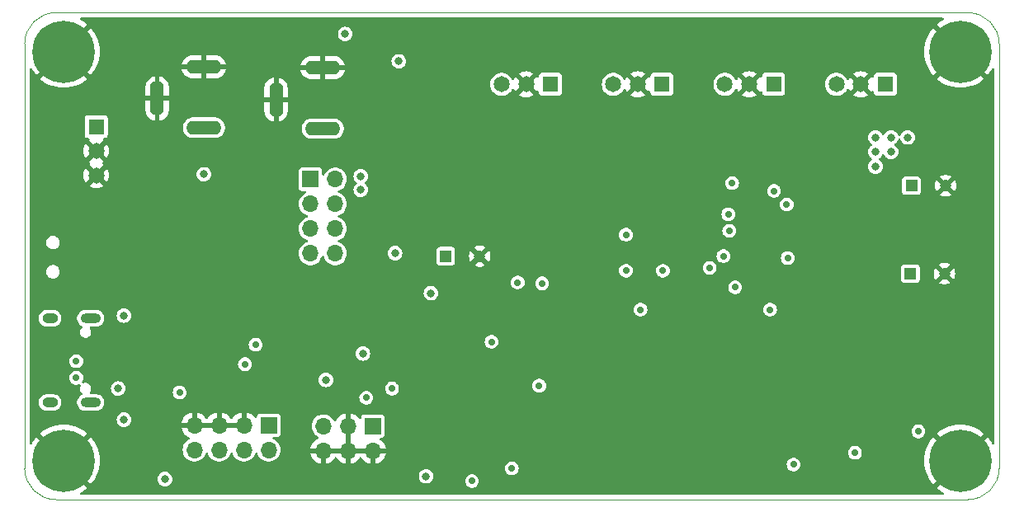
<source format=gbr>
%TF.GenerationSoftware,KiCad,Pcbnew,8.0.6*%
%TF.CreationDate,2026-01-03T17:25:48-08:00*%
%TF.ProjectId,USBPD_Board,55534250-445f-4426-9f61-72642e6b6963,A*%
%TF.SameCoordinates,PX5f5e100PY7270e00*%
%TF.FileFunction,Copper,L2,Inr*%
%TF.FilePolarity,Positive*%
%FSLAX46Y46*%
G04 Gerber Fmt 4.6, Leading zero omitted, Abs format (unit mm)*
G04 Created by KiCad (PCBNEW 8.0.6) date 2026-01-03 17:25:48*
%MOMM*%
%LPD*%
G01*
G04 APERTURE LIST*
%TA.AperFunction,ComponentPad*%
%ADD10R,1.200000X1.200000*%
%TD*%
%TA.AperFunction,ComponentPad*%
%ADD11C,1.200000*%
%TD*%
%TA.AperFunction,ComponentPad*%
%ADD12R,1.650000X1.650000*%
%TD*%
%TA.AperFunction,ComponentPad*%
%ADD13C,1.650000*%
%TD*%
%TA.AperFunction,ComponentPad*%
%ADD14R,1.700000X1.700000*%
%TD*%
%TA.AperFunction,ComponentPad*%
%ADD15O,1.700000X1.700000*%
%TD*%
%TA.AperFunction,ComponentPad*%
%ADD16C,6.400000*%
%TD*%
%TA.AperFunction,ComponentPad*%
%ADD17O,3.600000X1.400000*%
%TD*%
%TA.AperFunction,ComponentPad*%
%ADD18O,1.400000X3.600000*%
%TD*%
%TA.AperFunction,ComponentPad*%
%ADD19O,2.100000X1.000000*%
%TD*%
%TA.AperFunction,ComponentPad*%
%ADD20O,1.600000X1.000000*%
%TD*%
%TA.AperFunction,ViaPad*%
%ADD21C,0.700000*%
%TD*%
%TA.AperFunction,ViaPad*%
%ADD22C,0.800000*%
%TD*%
%TA.AperFunction,ViaPad*%
%ADD23C,0.900000*%
%TD*%
%TA.AperFunction,Profile*%
%ADD24C,0.050000*%
%TD*%
G04 APERTURE END LIST*
D10*
%TO.N,+VOUT_SMPS*%
%TO.C,C35*%
X90987500Y32237500D03*
D11*
%TO.N,GND*%
X94487500Y32237500D03*
%TD*%
D12*
%TO.N,+VOUT_SMPS*%
%TO.C,JST2*%
X65400000Y42650000D03*
D13*
%TO.N,GND*%
X62900000Y42650000D03*
%TO.N,/Interfaces/RST_BTN*%
X60400000Y42650000D03*
%TD*%
D10*
%TO.N,+VOUT_SMPS*%
%TO.C,C51*%
X90887500Y23200000D03*
D11*
%TO.N,GND*%
X94387500Y23200000D03*
%TD*%
D12*
%TO.N,+VOUT_SMPS*%
%TO.C,JST1*%
X53950000Y42650000D03*
D13*
%TO.N,GND*%
X51450000Y42650000D03*
%TO.N,/Interfaces/RST_BTN*%
X48950000Y42650000D03*
%TD*%
D14*
%TO.N,/Power_IO/CONN1+*%
%TO.C,J10*%
X29325000Y32900000D03*
D15*
%TO.N,/Power_IO/+VIN_S*%
X31865000Y32900000D03*
%TO.N,/Power_IO/CONN2+*%
X29325000Y30360000D03*
%TO.N,/Power_IO/+VIN_S*%
X31865000Y30360000D03*
%TO.N,/Power_IO/PWR+_PP*%
X29325000Y27820000D03*
%TO.N,/Power_IO/+VIN_S*%
X31865000Y27820000D03*
%TO.N,VBUS_PWR+*%
X29325000Y25280000D03*
%TO.N,/Power_IO/+VIN_S*%
X31865000Y25280000D03*
%TD*%
D12*
%TO.N,/Power_IO/PWR+*%
%TO.C,JST5*%
X7350000Y38300000D03*
D13*
%TO.N,GND*%
X7350000Y35800000D03*
X7350000Y33300000D03*
%TD*%
D16*
%TO.N,GND*%
%TO.C,H3*%
X96000000Y46000000D03*
%TD*%
%TO.N,GND*%
%TO.C,H1*%
X4000000Y46000000D03*
%TD*%
D12*
%TO.N,+VOUT_SMPS*%
%TO.C,JST3*%
X76850000Y42650000D03*
D13*
%TO.N,GND*%
X74350000Y42650000D03*
%TO.N,/Interfaces/RST_BTN*%
X71850000Y42650000D03*
%TD*%
D14*
%TO.N,+3.3V*%
%TO.C,J1*%
X25040000Y7640000D03*
D15*
%TO.N,/Interfaces/I{slash}O_HDR0*%
X25040000Y5100000D03*
%TO.N,GND*%
X22500000Y7640000D03*
%TO.N,/Interfaces/I{slash}O_HDR1*%
X22500000Y5100000D03*
%TO.N,GND*%
X19960000Y7640000D03*
%TO.N,/Interfaces/I{slash}O_HDR2*%
X19960000Y5100000D03*
%TO.N,GND*%
X17420000Y7640000D03*
%TO.N,/Interfaces/I{slash}O_HDR3*%
X17420000Y5100000D03*
%TD*%
D12*
%TO.N,+VOUT_SMPS*%
%TO.C,JST4*%
X88300000Y42650000D03*
D13*
%TO.N,GND*%
X85800000Y42650000D03*
%TO.N,/Interfaces/RST_BTN*%
X83300000Y42650000D03*
%TD*%
D16*
%TO.N,GND*%
%TO.C,H2*%
X4000000Y4000000D03*
%TD*%
D10*
%TO.N,+VIN_SMPS*%
%TO.C,C45*%
X43200000Y25000000D03*
D11*
%TO.N,GND*%
X46700000Y25000000D03*
%TD*%
D16*
%TO.N,GND*%
%TO.C,H4*%
X96000000Y4000000D03*
%TD*%
D17*
%TO.N,/Power_IO/CONN2+*%
%TO.C,CONN1*%
X18400000Y38187500D03*
%TO.N,GND*%
X18400000Y44437500D03*
D18*
X13600000Y41187500D03*
%TD*%
D17*
%TO.N,/Power_IO/CONN1+*%
%TO.C,CONN2*%
X30600000Y38087500D03*
%TO.N,GND*%
X30600000Y44337500D03*
D18*
X25800000Y41087500D03*
%TD*%
D19*
%TO.N,Net-(J3-SHIELD)*%
%TO.C,J3*%
X6780000Y18610000D03*
D20*
X2600000Y18610000D03*
D19*
X6780000Y9970000D03*
D20*
X2600000Y9970000D03*
%TD*%
D14*
%TO.N,/Interfaces/I2C1_SDA_HDR*%
%TO.C,J6*%
X35725000Y7550000D03*
D15*
%TO.N,GND*%
X35725000Y5010000D03*
X33185000Y7550000D03*
X33185000Y5010000D03*
%TO.N,/Interfaces/I2C1_SCL_HDR*%
X30645000Y7550000D03*
%TO.N,GND*%
X30645000Y5010000D03*
%TD*%
D21*
%TO.N,GND*%
X53400000Y20900000D03*
X5200000Y16400000D03*
X78300000Y31600000D03*
X61200000Y2200000D03*
X76600000Y11900000D03*
X82400000Y12600000D03*
D22*
X63800000Y18100000D03*
X98000000Y41000000D03*
D21*
X89300000Y4100000D03*
D22*
X86500000Y19500000D03*
D21*
X3900000Y12700000D03*
D22*
X86500000Y23500000D03*
D21*
X14400000Y33100000D03*
X49400000Y1900000D03*
X61400000Y19800000D03*
X16000000Y9700000D03*
D22*
X16800000Y33600000D03*
X44600000Y48300000D03*
D21*
X47200000Y1100000D03*
D22*
X98000000Y11000000D03*
D21*
X32300000Y11300000D03*
X78900000Y29300000D03*
X33700000Y16200000D03*
X1600000Y42000000D03*
D22*
X35800000Y24100000D03*
D21*
X72700000Y24300000D03*
D22*
X98000000Y36000000D03*
D21*
X86800000Y3500000D03*
X4400000Y11300000D03*
X10900000Y9300000D03*
D22*
X34400000Y26200000D03*
X96500000Y17000000D03*
D21*
X79400000Y24000000D03*
X35200000Y16400000D03*
D22*
X45000000Y42400000D03*
D21*
X65200000Y26400000D03*
X25700000Y10100000D03*
D22*
X39600000Y42600000D03*
D21*
X69200000Y23300000D03*
D22*
X98000000Y13500000D03*
D21*
X2900000Y22000000D03*
X82400000Y14000000D03*
X47400000Y34600000D03*
D22*
X51800000Y25700000D03*
D21*
X75900000Y29300000D03*
X56600000Y2200000D03*
X82400000Y15300000D03*
X83800000Y5200000D03*
D22*
X21700000Y17400000D03*
D21*
X39600000Y45700000D03*
D22*
X59400000Y19500000D03*
X74700000Y19200000D03*
D21*
X79400000Y2300000D03*
D22*
X86500000Y21500000D03*
D21*
X51100000Y2100000D03*
D22*
X96500000Y9500000D03*
D21*
X73900000Y32000000D03*
D22*
X6900000Y7900000D03*
D21*
X33800000Y9900000D03*
D22*
X14400000Y36500000D03*
X98000000Y21000000D03*
X86500000Y25500000D03*
D21*
X80900000Y11900000D03*
D22*
X54600000Y25700000D03*
D21*
X91200000Y2300000D03*
D22*
X86500000Y27500000D03*
D21*
X85200000Y2300000D03*
D22*
X96500000Y27000000D03*
D21*
X58900000Y2200000D03*
X77200000Y20500000D03*
D22*
X8000000Y6300000D03*
D21*
X38100000Y8600000D03*
X86400000Y5700000D03*
X54100000Y2200000D03*
D22*
X41900000Y48300000D03*
D21*
X65700000Y2200000D03*
X50900000Y37300000D03*
D22*
X8400000Y20300000D03*
D21*
X51800000Y22700000D03*
D22*
X98000000Y18500000D03*
X82000000Y30500000D03*
X98000000Y23500000D03*
X9700000Y9900000D03*
X67000000Y19800000D03*
D21*
X94000000Y7900000D03*
X74300000Y22300000D03*
X40000000Y1300000D03*
D22*
X9000000Y47500000D03*
D21*
X83500000Y13200000D03*
D22*
X96000000Y37500000D03*
D21*
X63500000Y2200000D03*
X78200000Y1600000D03*
X70400000Y2300000D03*
D22*
X59500000Y21100000D03*
D21*
X52700000Y3000000D03*
D22*
X31100000Y48800000D03*
X96000000Y40000000D03*
X37900000Y23900000D03*
D21*
X88400000Y2300000D03*
X60000000Y27100000D03*
X42100000Y1300000D03*
X74200000Y29300000D03*
D22*
X41300000Y44200000D03*
D21*
X77400000Y29300000D03*
D22*
X70700000Y19800000D03*
X37000000Y45500000D03*
D21*
X39500000Y5900000D03*
X13400000Y1100000D03*
D22*
X96500000Y12000000D03*
D21*
X83500000Y14500000D03*
X72900000Y2300000D03*
D22*
X34300000Y48700000D03*
X98000000Y28500000D03*
X14400000Y34800000D03*
D21*
X36500000Y10700000D03*
D22*
X34500000Y29700000D03*
D23*
X34500000Y28100000D03*
D21*
X45000000Y3000000D03*
X49100000Y17100000D03*
X40200000Y3600000D03*
X45500000Y37000000D03*
D22*
X21500000Y19200000D03*
D21*
X17500000Y10000000D03*
D22*
X96500000Y19500000D03*
D21*
X75400000Y32100000D03*
X77500000Y10900000D03*
X67350000Y28550000D03*
X49600000Y32400000D03*
X49300000Y18300000D03*
D22*
X39300000Y48300000D03*
X82800000Y32300000D03*
D21*
X71200000Y28000000D03*
X53500000Y10400000D03*
D22*
X98000000Y31000000D03*
D21*
X91500000Y5600000D03*
D22*
X96500000Y14500000D03*
D21*
X83500000Y11900000D03*
X78200000Y26400000D03*
D22*
X98000000Y38500000D03*
X47100000Y20300000D03*
D21*
X65150000Y28550000D03*
X2900000Y25000000D03*
X4000000Y17200000D03*
X11800000Y4300000D03*
X12100000Y23500000D03*
X46500000Y19100000D03*
X64400000Y20100000D03*
X80400000Y25300000D03*
D22*
X98000000Y16000000D03*
D21*
X49500000Y23200000D03*
X15200000Y1100000D03*
D22*
X98000000Y26000000D03*
D21*
X51200000Y35200000D03*
X30700000Y10700000D03*
X23000000Y15000000D03*
X82300000Y11200000D03*
X24500000Y17300000D03*
X68000000Y2200000D03*
D22*
X49400000Y21300000D03*
X98000000Y33500000D03*
X45000000Y44300000D03*
D21*
X54200000Y23000000D03*
D22*
X98000000Y8500000D03*
%TO.N,+5V*%
X18400000Y33400000D03*
D21*
X63200000Y19500000D03*
D22*
%TO.N,+VIN_SMPS*%
X41700000Y21200000D03*
X34700000Y15000000D03*
D21*
%TO.N,+3.3V*%
X72600000Y32500000D03*
D22*
X10200000Y8200000D03*
X30900000Y12300000D03*
X14400000Y2100000D03*
D21*
X78300000Y24800000D03*
%TO.N,/Interfaces/RST_BTN*%
X71700000Y25000000D03*
X15900000Y11000000D03*
D22*
%TO.N,+VOUT_SMPS*%
X88900000Y35700000D03*
X87300000Y34200000D03*
X90600000Y37200000D03*
X88900000Y37200000D03*
X87300000Y35700000D03*
X87300000Y37200000D03*
D21*
%TO.N,/Interfaces/I2C1_SDA_HDR*%
X37700000Y11400000D03*
D22*
X41200000Y2400000D03*
D21*
X23700000Y15900000D03*
X72200000Y29300000D03*
%TO.N,/Interfaces/I2C1_SCL_HDR*%
X47900000Y16200000D03*
X22600000Y13900000D03*
X35050000Y10450000D03*
X72300000Y27600000D03*
%TO.N,/USB/USB_D2+*%
X5300000Y14200000D03*
X5300000Y12500000D03*
D22*
%TO.N,VBUS_PWR+*%
X9600000Y11400000D03*
X10200000Y18900000D03*
D21*
%TO.N,/MCP19061/ISPIN*%
X50600000Y22300000D03*
X45900000Y1900000D03*
%TO.N,/MCP19061/ISNIN*%
X50000000Y3200000D03*
X53100000Y22200000D03*
%TO.N,/MCP19061/ISNOUT*%
X70300000Y23800000D03*
X91700000Y7000000D03*
%TO.N,/MCP19061/ISPOUT*%
X85200000Y4800000D03*
X72900000Y21800000D03*
%TO.N,/MCP19061/HG1*%
X52800000Y11700000D03*
X61700000Y27200000D03*
%TO.N,/MCP19061/HG2*%
X65500000Y23500000D03*
X78900000Y3600000D03*
%TO.N,/MCP19061/LG2*%
X76500000Y19500000D03*
X61700000Y23500000D03*
%TO.N,/Interfaces/I{slash}O_HDR0*%
X78200000Y30300000D03*
%TO.N,/Interfaces/I{slash}O_HDR1*%
X76900000Y31700000D03*
D22*
%TO.N,Net-(R2-Pad2)*%
X32900000Y47800000D03*
X38400000Y45000000D03*
%TO.N,/Power_IO/ONF_GATE*%
X38000000Y25300000D03*
%TO.N,/Power_IO/+VIN_S*%
X34500000Y31800000D03*
X34500000Y33200000D03*
%TD*%
%TA.AperFunction,Conductor*%
%TO.N,GND*%
G36*
X32719075Y5202993D02*
G01*
X32685000Y5075826D01*
X32685000Y4944174D01*
X32719075Y4817007D01*
X32751988Y4760000D01*
X31078012Y4760000D01*
X31110925Y4817007D01*
X31145000Y4944174D01*
X31145000Y5075826D01*
X31110925Y5202993D01*
X31078012Y5260000D01*
X32751988Y5260000D01*
X32719075Y5202993D01*
G37*
%TD.AperFunction*%
%TA.AperFunction,Conductor*%
G36*
X35259075Y5202993D02*
G01*
X35225000Y5075826D01*
X35225000Y4944174D01*
X35259075Y4817007D01*
X35291988Y4760000D01*
X33618012Y4760000D01*
X33650925Y4817007D01*
X33685000Y4944174D01*
X33685000Y5075826D01*
X33650925Y5202993D01*
X33618012Y5260000D01*
X35291988Y5260000D01*
X35259075Y5202993D01*
G37*
%TD.AperFunction*%
%TA.AperFunction,Conductor*%
G36*
X33435000Y5443012D02*
G01*
X33377993Y5475925D01*
X33250826Y5510000D01*
X33119174Y5510000D01*
X32992007Y5475925D01*
X32935000Y5443012D01*
X32935000Y7116988D01*
X32992007Y7084075D01*
X33119174Y7050000D01*
X33250826Y7050000D01*
X33377993Y7084075D01*
X33435000Y7116988D01*
X33435000Y5443012D01*
G37*
%TD.AperFunction*%
%TA.AperFunction,Conductor*%
G36*
X19494075Y7832993D02*
G01*
X19460000Y7705826D01*
X19460000Y7574174D01*
X19494075Y7447007D01*
X19526988Y7390000D01*
X17853012Y7390000D01*
X17885925Y7447007D01*
X17920000Y7574174D01*
X17920000Y7705826D01*
X17885925Y7832993D01*
X17853012Y7890000D01*
X19526988Y7890000D01*
X19494075Y7832993D01*
G37*
%TD.AperFunction*%
%TA.AperFunction,Conductor*%
G36*
X22034075Y7832993D02*
G01*
X22000000Y7705826D01*
X22000000Y7574174D01*
X22034075Y7447007D01*
X22066988Y7390000D01*
X20393012Y7390000D01*
X20425925Y7447007D01*
X20460000Y7574174D01*
X20460000Y7705826D01*
X20425925Y7832993D01*
X20393012Y7890000D01*
X22066988Y7890000D01*
X22034075Y7832993D01*
G37*
%TD.AperFunction*%
%TA.AperFunction,Conductor*%
G36*
X94268745Y49479815D02*
G01*
X94314500Y49427011D01*
X94324444Y49357853D01*
X94295419Y49294297D01*
X94258001Y49265015D01*
X94147456Y49208690D01*
X93822206Y48997469D01*
X93564648Y48788905D01*
X93564648Y48788904D01*
X95059301Y47294252D01*
X94957670Y47220412D01*
X94779588Y47042330D01*
X94705748Y46940700D01*
X93211096Y48435352D01*
X93211095Y48435352D01*
X93002531Y48177794D01*
X92791310Y47852544D01*
X92615244Y47506995D01*
X92476262Y47144937D01*
X92375887Y46770331D01*
X92375886Y46770324D01*
X92315219Y46387288D01*
X92294922Y46000001D01*
X92294922Y46000000D01*
X92315219Y45612713D01*
X92375886Y45229677D01*
X92375887Y45229670D01*
X92476262Y44855064D01*
X92615244Y44493006D01*
X92791310Y44147457D01*
X93002531Y43822207D01*
X93211095Y43564650D01*
X93211096Y43564650D01*
X94705748Y45059302D01*
X94779588Y44957670D01*
X94957670Y44779588D01*
X95059300Y44705749D01*
X93564648Y43211097D01*
X93564649Y43211096D01*
X93822206Y43002532D01*
X94147456Y42791311D01*
X94493005Y42615245D01*
X94855063Y42476263D01*
X95229669Y42375888D01*
X95229676Y42375887D01*
X95612712Y42315220D01*
X95999999Y42294922D01*
X96000001Y42294922D01*
X96387287Y42315220D01*
X96770323Y42375887D01*
X96770330Y42375888D01*
X97144936Y42476263D01*
X97506994Y42615245D01*
X97852543Y42791311D01*
X98177783Y43002524D01*
X98177785Y43002525D01*
X98435349Y43211098D01*
X96940698Y44705749D01*
X97042330Y44779588D01*
X97220412Y44957670D01*
X97294251Y45059302D01*
X98788902Y43564651D01*
X98997475Y43822215D01*
X98997476Y43822217D01*
X99208691Y44147459D01*
X99208692Y44147462D01*
X99265015Y44258001D01*
X99312989Y44308798D01*
X99380810Y44325593D01*
X99446945Y44303056D01*
X99490397Y44248341D01*
X99499500Y44201707D01*
X99499500Y5798294D01*
X99479815Y5731255D01*
X99427011Y5685500D01*
X99357853Y5675556D01*
X99294297Y5704581D01*
X99265015Y5741999D01*
X99208689Y5852544D01*
X98997468Y6177794D01*
X98788904Y6435351D01*
X98788903Y6435352D01*
X97294251Y4940700D01*
X97220412Y5042330D01*
X97042330Y5220412D01*
X96940698Y5294252D01*
X98435350Y6788904D01*
X98435350Y6788905D01*
X98177793Y6997469D01*
X97852543Y7208690D01*
X97506994Y7384756D01*
X97144936Y7523738D01*
X96770330Y7624113D01*
X96770323Y7624114D01*
X96387287Y7684781D01*
X96000001Y7705078D01*
X95999999Y7705078D01*
X95612712Y7684781D01*
X95229676Y7624114D01*
X95229669Y7624113D01*
X94855063Y7523738D01*
X94493005Y7384756D01*
X94147456Y7208690D01*
X93822206Y6997469D01*
X93564648Y6788905D01*
X93564648Y6788904D01*
X95059301Y5294252D01*
X94957670Y5220412D01*
X94779588Y5042330D01*
X94705748Y4940700D01*
X93211096Y6435352D01*
X93211095Y6435352D01*
X93002531Y6177794D01*
X92791310Y5852544D01*
X92615244Y5506995D01*
X92476262Y5144937D01*
X92375887Y4770331D01*
X92375886Y4770324D01*
X92315219Y4387288D01*
X92294922Y4000001D01*
X92294922Y4000000D01*
X92315219Y3612713D01*
X92375886Y3229677D01*
X92375887Y3229670D01*
X92476262Y2855064D01*
X92615244Y2493006D01*
X92791310Y2147457D01*
X93002531Y1822207D01*
X93211095Y1564650D01*
X93211096Y1564650D01*
X94705748Y3059302D01*
X94779588Y2957670D01*
X94957670Y2779588D01*
X95059300Y2705749D01*
X93564648Y1211097D01*
X93564649Y1211096D01*
X93822206Y1002532D01*
X94147456Y791311D01*
X94258001Y734985D01*
X94308797Y687010D01*
X94325592Y619189D01*
X94303055Y553055D01*
X94248340Y509603D01*
X94201706Y500500D01*
X5798294Y500500D01*
X5731255Y520185D01*
X5685500Y572989D01*
X5675556Y642147D01*
X5704581Y705703D01*
X5741999Y734985D01*
X5852543Y791311D01*
X6177783Y1002524D01*
X6177785Y1002525D01*
X6435349Y1211098D01*
X4940698Y2705749D01*
X5042330Y2779588D01*
X5220412Y2957670D01*
X5294251Y3059302D01*
X6788902Y1564651D01*
X6997475Y1822215D01*
X6997476Y1822217D01*
X7177872Y2100003D01*
X13644751Y2100003D01*
X13644751Y2099998D01*
X13663685Y1931944D01*
X13719545Y1772306D01*
X13719547Y1772303D01*
X13809518Y1629116D01*
X13809523Y1629110D01*
X13929109Y1509524D01*
X13929115Y1509519D01*
X14072302Y1419548D01*
X14072305Y1419546D01*
X14072309Y1419545D01*
X14072310Y1419544D01*
X14144913Y1394140D01*
X14231943Y1363686D01*
X14399997Y1344751D01*
X14400000Y1344751D01*
X14400003Y1344751D01*
X14568056Y1363686D01*
X14568059Y1363687D01*
X14727690Y1419544D01*
X14727692Y1419546D01*
X14727694Y1419546D01*
X14727697Y1419548D01*
X14870884Y1509519D01*
X14870885Y1509520D01*
X14870890Y1509523D01*
X14990477Y1629110D01*
X15012203Y1663686D01*
X15080452Y1772303D01*
X15080454Y1772306D01*
X15080454Y1772308D01*
X15080456Y1772310D01*
X15136313Y1931941D01*
X15136313Y1931942D01*
X15136314Y1931944D01*
X15155249Y2099998D01*
X15155249Y2100003D01*
X15136314Y2268057D01*
X15105860Y2355087D01*
X15090144Y2400003D01*
X40444751Y2400003D01*
X40444751Y2399998D01*
X40463685Y2231944D01*
X40519545Y2072306D01*
X40519547Y2072303D01*
X40609518Y1929116D01*
X40609523Y1929110D01*
X40729109Y1809524D01*
X40729115Y1809519D01*
X40872302Y1719548D01*
X40872305Y1719546D01*
X40872309Y1719545D01*
X40872310Y1719544D01*
X40944913Y1694140D01*
X41031943Y1663686D01*
X41199997Y1644751D01*
X41200000Y1644751D01*
X41200003Y1644751D01*
X41368056Y1663686D01*
X41368059Y1663687D01*
X41527690Y1719544D01*
X41527692Y1719546D01*
X41527694Y1719546D01*
X41527697Y1719548D01*
X41670884Y1809519D01*
X41670885Y1809520D01*
X41670890Y1809523D01*
X41761367Y1900000D01*
X45194355Y1900000D01*
X45214859Y1731131D01*
X45214860Y1731126D01*
X45275182Y1572069D01*
X45318355Y1509523D01*
X45371817Y1432071D01*
X45449007Y1363687D01*
X45499150Y1319264D01*
X45649773Y1240211D01*
X45649775Y1240210D01*
X45814944Y1199500D01*
X45985056Y1199500D01*
X46150225Y1240210D01*
X46255128Y1295268D01*
X46300849Y1319264D01*
X46300850Y1319266D01*
X46300852Y1319266D01*
X46428183Y1432071D01*
X46524818Y1572070D01*
X46585140Y1731128D01*
X46605645Y1900000D01*
X46585140Y2068872D01*
X46524818Y2227930D01*
X46522049Y2231941D01*
X46469265Y2308412D01*
X46428183Y2367929D01*
X46300852Y2480734D01*
X46300849Y2480737D01*
X46150226Y2559790D01*
X45985056Y2600500D01*
X45814944Y2600500D01*
X45649773Y2559790D01*
X45499150Y2480737D01*
X45371816Y2367928D01*
X45275182Y2227932D01*
X45214860Y2068875D01*
X45214859Y2068870D01*
X45194355Y1900000D01*
X41761367Y1900000D01*
X41790477Y1929110D01*
X41804757Y1951836D01*
X41880452Y2072303D01*
X41880454Y2072306D01*
X41880454Y2072308D01*
X41880456Y2072310D01*
X41936313Y2231941D01*
X41936313Y2231942D01*
X41936314Y2231944D01*
X41955249Y2399998D01*
X41955249Y2400003D01*
X41936314Y2568057D01*
X41893477Y2690477D01*
X41880456Y2727690D01*
X41880455Y2727691D01*
X41880454Y2727695D01*
X41880452Y2727698D01*
X41790481Y2870885D01*
X41790476Y2870891D01*
X41670890Y2990477D01*
X41670884Y2990482D01*
X41527697Y3080453D01*
X41527694Y3080455D01*
X41368056Y3136315D01*
X41200003Y3155249D01*
X41199997Y3155249D01*
X41031943Y3136315D01*
X40872305Y3080455D01*
X40872302Y3080453D01*
X40729115Y2990482D01*
X40729109Y2990477D01*
X40609523Y2870891D01*
X40609518Y2870885D01*
X40519547Y2727698D01*
X40519545Y2727695D01*
X40463685Y2568057D01*
X40444751Y2400003D01*
X15090144Y2400003D01*
X15080456Y2427690D01*
X15080455Y2427691D01*
X15080454Y2427695D01*
X15080452Y2427698D01*
X14990481Y2570885D01*
X14990476Y2570891D01*
X14870890Y2690477D01*
X14870884Y2690482D01*
X14727697Y2780453D01*
X14727694Y2780455D01*
X14568056Y2836315D01*
X14400003Y2855249D01*
X14399997Y2855249D01*
X14231943Y2836315D01*
X14072305Y2780455D01*
X14072302Y2780453D01*
X13929115Y2690482D01*
X13929109Y2690477D01*
X13809523Y2570891D01*
X13809518Y2570885D01*
X13719547Y2427698D01*
X13719545Y2427695D01*
X13663685Y2268057D01*
X13644751Y2100003D01*
X7177872Y2100003D01*
X7208689Y2147457D01*
X7384755Y2493006D01*
X7523737Y2855064D01*
X7616162Y3200000D01*
X49294355Y3200000D01*
X49314859Y3031131D01*
X49314860Y3031126D01*
X49375182Y2872069D01*
X49386920Y2855064D01*
X49471817Y2732071D01*
X49557267Y2656369D01*
X49599150Y2619264D01*
X49749773Y2540211D01*
X49749775Y2540210D01*
X49914944Y2499500D01*
X50085056Y2499500D01*
X50250225Y2540210D01*
X50365097Y2600500D01*
X50400849Y2619264D01*
X50400850Y2619266D01*
X50400852Y2619266D01*
X50528183Y2732071D01*
X50624818Y2872070D01*
X50685140Y3031128D01*
X50705645Y3200000D01*
X50685140Y3368872D01*
X50624818Y3527930D01*
X50575071Y3600000D01*
X78194355Y3600000D01*
X78214859Y3431131D01*
X78214860Y3431126D01*
X78275182Y3272069D01*
X78324929Y3200000D01*
X78371817Y3132071D01*
X78430079Y3080456D01*
X78499150Y3019264D01*
X78616508Y2957670D01*
X78649775Y2940210D01*
X78814944Y2899500D01*
X78985056Y2899500D01*
X79150225Y2940210D01*
X79246009Y2990482D01*
X79300849Y3019264D01*
X79300850Y3019266D01*
X79300852Y3019266D01*
X79428183Y3132071D01*
X79524818Y3272070D01*
X79585140Y3431128D01*
X79605645Y3600000D01*
X79585140Y3768872D01*
X79580641Y3780734D01*
X79524817Y3927932D01*
X79475071Y4000000D01*
X79428183Y4067929D01*
X79300852Y4180734D01*
X79300849Y4180737D01*
X79150226Y4259790D01*
X78985056Y4300500D01*
X78814944Y4300500D01*
X78649773Y4259790D01*
X78499150Y4180737D01*
X78371816Y4067928D01*
X78275182Y3927932D01*
X78214860Y3768875D01*
X78214859Y3768870D01*
X78194355Y3600000D01*
X50575071Y3600000D01*
X50528183Y3667929D01*
X50414244Y3768870D01*
X50400849Y3780737D01*
X50250226Y3859790D01*
X50085056Y3900500D01*
X49914944Y3900500D01*
X49749773Y3859790D01*
X49599150Y3780737D01*
X49471816Y3667928D01*
X49375182Y3527932D01*
X49314860Y3368875D01*
X49314859Y3368870D01*
X49294355Y3200000D01*
X7616162Y3200000D01*
X7624112Y3229670D01*
X7624113Y3229677D01*
X7684780Y3612713D01*
X7705078Y4000000D01*
X7705078Y4000001D01*
X7684780Y4387288D01*
X7624113Y4770324D01*
X7624112Y4770331D01*
X7523737Y5144937D01*
X7384755Y5506995D01*
X7208689Y5852544D01*
X6997468Y6177794D01*
X6788904Y6435351D01*
X6788903Y6435352D01*
X5294251Y4940700D01*
X5220412Y5042330D01*
X5042330Y5220412D01*
X4940698Y5294252D01*
X6435350Y6788904D01*
X6435350Y6788905D01*
X6177793Y6997469D01*
X5852543Y7208690D01*
X5506994Y7384756D01*
X5144936Y7523738D01*
X4770330Y7624113D01*
X4770323Y7624114D01*
X4387287Y7684781D01*
X4000001Y7705078D01*
X3999999Y7705078D01*
X3612712Y7684781D01*
X3229676Y7624114D01*
X3229669Y7624113D01*
X2855063Y7523738D01*
X2493005Y7384756D01*
X2147456Y7208690D01*
X1822206Y6997469D01*
X1564648Y6788905D01*
X1564648Y6788904D01*
X3059301Y5294252D01*
X2957670Y5220412D01*
X2779588Y5042330D01*
X2705748Y4940699D01*
X1211096Y6435352D01*
X1211095Y6435352D01*
X1002531Y6177794D01*
X791310Y5852544D01*
X734985Y5741999D01*
X687010Y5691203D01*
X619189Y5674408D01*
X553055Y5696945D01*
X509603Y5751660D01*
X500500Y5798294D01*
X500500Y8200003D01*
X9444751Y8200003D01*
X9444751Y8199998D01*
X9463685Y8031944D01*
X9519545Y7872306D01*
X9519547Y7872303D01*
X9609518Y7729116D01*
X9609523Y7729110D01*
X9729109Y7609524D01*
X9729115Y7609519D01*
X9872302Y7519548D01*
X9872305Y7519546D01*
X9872309Y7519545D01*
X9872310Y7519544D01*
X9888154Y7514000D01*
X10031943Y7463686D01*
X10199997Y7444751D01*
X10200000Y7444751D01*
X10200003Y7444751D01*
X10368056Y7463686D01*
X10380182Y7467929D01*
X10527690Y7519544D01*
X10527692Y7519546D01*
X10527694Y7519546D01*
X10527697Y7519548D01*
X10670884Y7609519D01*
X10670885Y7609520D01*
X10670890Y7609523D01*
X10790477Y7729110D01*
X10790481Y7729116D01*
X10880452Y7872303D01*
X10880454Y7872306D01*
X10880454Y7872308D01*
X10880456Y7872310D01*
X10886646Y7890001D01*
X16089364Y7890001D01*
X16089364Y7890000D01*
X16986988Y7890000D01*
X16954075Y7832993D01*
X16920000Y7705826D01*
X16920000Y7574174D01*
X16954075Y7447007D01*
X16986988Y7390000D01*
X16089364Y7390000D01*
X16146567Y7176514D01*
X16146570Y7176508D01*
X16246399Y6962422D01*
X16381894Y6768918D01*
X16548917Y6601895D01*
X16742421Y6466400D01*
X16879464Y6402496D01*
X16931903Y6356324D01*
X16951055Y6289130D01*
X16930839Y6222249D01*
X16886906Y6183180D01*
X16887473Y6182265D01*
X16693439Y6062126D01*
X16693437Y6062124D01*
X16529020Y5912239D01*
X16394943Y5734692D01*
X16394938Y5734684D01*
X16295775Y5535539D01*
X16295769Y5535524D01*
X16234885Y5321538D01*
X16234884Y5321536D01*
X16214357Y5100001D01*
X16214357Y5100000D01*
X16234884Y4878465D01*
X16234885Y4878463D01*
X16295769Y4664477D01*
X16295775Y4664462D01*
X16394938Y4465317D01*
X16394943Y4465309D01*
X16529020Y4287762D01*
X16693437Y4137877D01*
X16693439Y4137875D01*
X16882595Y4020755D01*
X16882596Y4020755D01*
X16882599Y4020753D01*
X17090060Y3940382D01*
X17308757Y3899500D01*
X17308759Y3899500D01*
X17531241Y3899500D01*
X17531243Y3899500D01*
X17749940Y3940382D01*
X17957401Y4020753D01*
X18146562Y4137876D01*
X18310981Y4287764D01*
X18445058Y4465311D01*
X18544229Y4664472D01*
X18570734Y4757629D01*
X18608013Y4816722D01*
X18671323Y4846279D01*
X18740562Y4836917D01*
X18793749Y4791607D01*
X18809266Y4757628D01*
X18835769Y4664477D01*
X18835775Y4664462D01*
X18934938Y4465317D01*
X18934943Y4465309D01*
X19069020Y4287762D01*
X19233437Y4137877D01*
X19233439Y4137875D01*
X19422595Y4020755D01*
X19422596Y4020755D01*
X19422599Y4020753D01*
X19630060Y3940382D01*
X19848757Y3899500D01*
X19848759Y3899500D01*
X20071241Y3899500D01*
X20071243Y3899500D01*
X20289940Y3940382D01*
X20497401Y4020753D01*
X20686562Y4137876D01*
X20850981Y4287764D01*
X20985058Y4465311D01*
X21084229Y4664472D01*
X21110734Y4757629D01*
X21148013Y4816722D01*
X21211323Y4846279D01*
X21280562Y4836917D01*
X21333749Y4791607D01*
X21349266Y4757628D01*
X21375769Y4664477D01*
X21375775Y4664462D01*
X21474938Y4465317D01*
X21474943Y4465309D01*
X21609020Y4287762D01*
X21773437Y4137877D01*
X21773439Y4137875D01*
X21962595Y4020755D01*
X21962596Y4020755D01*
X21962599Y4020753D01*
X22170060Y3940382D01*
X22388757Y3899500D01*
X22388759Y3899500D01*
X22611241Y3899500D01*
X22611243Y3899500D01*
X22829940Y3940382D01*
X23037401Y4020753D01*
X23226562Y4137876D01*
X23390981Y4287764D01*
X23525058Y4465311D01*
X23624229Y4664472D01*
X23650734Y4757629D01*
X23688013Y4816722D01*
X23751323Y4846279D01*
X23820562Y4836917D01*
X23873749Y4791607D01*
X23889266Y4757628D01*
X23915769Y4664477D01*
X23915775Y4664462D01*
X24014938Y4465317D01*
X24014943Y4465309D01*
X24149020Y4287762D01*
X24313437Y4137877D01*
X24313439Y4137875D01*
X24502595Y4020755D01*
X24502596Y4020755D01*
X24502599Y4020753D01*
X24710060Y3940382D01*
X24928757Y3899500D01*
X24928759Y3899500D01*
X25151241Y3899500D01*
X25151243Y3899500D01*
X25369940Y3940382D01*
X25577401Y4020753D01*
X25766562Y4137876D01*
X25930981Y4287764D01*
X26065058Y4465311D01*
X26164229Y4664472D01*
X26225115Y4878464D01*
X26245643Y5100000D01*
X26230817Y5260001D01*
X29314364Y5260001D01*
X29314364Y5260000D01*
X30211988Y5260000D01*
X30179075Y5202993D01*
X30145000Y5075826D01*
X30145000Y4944174D01*
X30179075Y4817007D01*
X30211988Y4760000D01*
X29314364Y4760000D01*
X29371567Y4546514D01*
X29371570Y4546508D01*
X29471399Y4332422D01*
X29606894Y4138918D01*
X29773917Y3971895D01*
X29967421Y3836400D01*
X30181507Y3736571D01*
X30181516Y3736567D01*
X30395000Y3679366D01*
X30395000Y4576988D01*
X30452007Y4544075D01*
X30579174Y4510000D01*
X30710826Y4510000D01*
X30837993Y4544075D01*
X30895000Y4576988D01*
X30895000Y3679367D01*
X31108483Y3736567D01*
X31108492Y3736571D01*
X31322578Y3836400D01*
X31516082Y3971895D01*
X31683105Y4138918D01*
X31813425Y4325032D01*
X31868002Y4368656D01*
X31937501Y4375849D01*
X31999855Y4344327D01*
X32016575Y4325032D01*
X32146894Y4138918D01*
X32313917Y3971895D01*
X32507421Y3836400D01*
X32721507Y3736571D01*
X32721516Y3736567D01*
X32935000Y3679366D01*
X32935000Y4576988D01*
X32992007Y4544075D01*
X33119174Y4510000D01*
X33250826Y4510000D01*
X33377993Y4544075D01*
X33435000Y4576988D01*
X33435000Y3679367D01*
X33648483Y3736567D01*
X33648492Y3736571D01*
X33862578Y3836400D01*
X34056082Y3971895D01*
X34223105Y4138918D01*
X34353425Y4325032D01*
X34408002Y4368656D01*
X34477501Y4375849D01*
X34539855Y4344327D01*
X34556575Y4325032D01*
X34686894Y4138918D01*
X34853917Y3971895D01*
X35047421Y3836400D01*
X35261507Y3736571D01*
X35261516Y3736567D01*
X35475000Y3679366D01*
X35475000Y4576988D01*
X35532007Y4544075D01*
X35659174Y4510000D01*
X35790826Y4510000D01*
X35917993Y4544075D01*
X35975000Y4576988D01*
X35975000Y3679367D01*
X36188483Y3736567D01*
X36188492Y3736571D01*
X36402578Y3836400D01*
X36596082Y3971895D01*
X36763105Y4138918D01*
X36898600Y4332422D01*
X36998429Y4546508D01*
X36998432Y4546514D01*
X37055636Y4760000D01*
X36158012Y4760000D01*
X36181106Y4800000D01*
X84494355Y4800000D01*
X84514859Y4631131D01*
X84514860Y4631126D01*
X84575182Y4472069D01*
X84633703Y4387288D01*
X84671817Y4332071D01*
X84721832Y4287762D01*
X84799150Y4219264D01*
X84949773Y4140211D01*
X84949775Y4140210D01*
X85114944Y4099500D01*
X85285056Y4099500D01*
X85450225Y4140210D01*
X85529692Y4181919D01*
X85600849Y4219264D01*
X85600850Y4219266D01*
X85600852Y4219266D01*
X85728183Y4332071D01*
X85824818Y4472070D01*
X85885140Y4631128D01*
X85905645Y4800000D01*
X85885140Y4968872D01*
X85824818Y5127930D01*
X85728183Y5267929D01*
X85600852Y5380734D01*
X85600849Y5380737D01*
X85450226Y5459790D01*
X85285056Y5500500D01*
X85114944Y5500500D01*
X84949773Y5459790D01*
X84799150Y5380737D01*
X84671816Y5267928D01*
X84575182Y5127932D01*
X84514860Y4968875D01*
X84514859Y4968870D01*
X84494355Y4800000D01*
X36181106Y4800000D01*
X36190925Y4817007D01*
X36225000Y4944174D01*
X36225000Y5075826D01*
X36190925Y5202993D01*
X36158012Y5260000D01*
X37055636Y5260000D01*
X37055635Y5260001D01*
X36998432Y5473487D01*
X36998429Y5473493D01*
X36898600Y5687578D01*
X36898599Y5687580D01*
X36763113Y5881074D01*
X36763108Y5881080D01*
X36596082Y6048106D01*
X36487802Y6123925D01*
X36444177Y6178502D01*
X36436985Y6248001D01*
X36468507Y6310355D01*
X36528737Y6345769D01*
X36558926Y6349500D01*
X36608261Y6349500D01*
X36630971Y6352809D01*
X36676393Y6359427D01*
X36781483Y6410802D01*
X36864198Y6493517D01*
X36915573Y6598607D01*
X36925500Y6666740D01*
X36925500Y7000000D01*
X90994355Y7000000D01*
X91014859Y6831131D01*
X91014860Y6831126D01*
X91075182Y6672069D01*
X91125889Y6598609D01*
X91171817Y6532071D01*
X91241031Y6470753D01*
X91299150Y6419264D01*
X91439183Y6345769D01*
X91449775Y6340210D01*
X91614944Y6299500D01*
X91785056Y6299500D01*
X91950225Y6340210D01*
X92068900Y6402496D01*
X92100849Y6419264D01*
X92100850Y6419266D01*
X92100852Y6419266D01*
X92228183Y6532071D01*
X92324818Y6672070D01*
X92385140Y6831128D01*
X92405645Y7000000D01*
X92385140Y7168872D01*
X92324818Y7327930D01*
X92324449Y7328464D01*
X92274239Y7401206D01*
X92228183Y7467929D01*
X92100852Y7580734D01*
X92100849Y7580737D01*
X91950226Y7659790D01*
X91785056Y7700500D01*
X91614944Y7700500D01*
X91449773Y7659790D01*
X91299150Y7580737D01*
X91171816Y7467928D01*
X91075182Y7327932D01*
X91014860Y7168875D01*
X91014859Y7168870D01*
X90994355Y7000000D01*
X36925500Y7000000D01*
X36925500Y8433260D01*
X36915573Y8501393D01*
X36864198Y8606483D01*
X36864196Y8606485D01*
X36864196Y8606486D01*
X36781485Y8689197D01*
X36676391Y8740574D01*
X36608261Y8750500D01*
X36608260Y8750500D01*
X34841740Y8750500D01*
X34841739Y8750500D01*
X34773608Y8740574D01*
X34668514Y8689197D01*
X34585803Y8606486D01*
X34534426Y8501392D01*
X34524500Y8433261D01*
X34524500Y8383927D01*
X34504815Y8316888D01*
X34452011Y8271133D01*
X34382853Y8261189D01*
X34319297Y8290214D01*
X34298925Y8312803D01*
X34223109Y8421078D01*
X34223108Y8421080D01*
X34056082Y8588106D01*
X33862578Y8723601D01*
X33648492Y8823430D01*
X33648486Y8823433D01*
X33435000Y8880636D01*
X33435000Y7983012D01*
X33377993Y8015925D01*
X33250826Y8050000D01*
X33119174Y8050000D01*
X32992007Y8015925D01*
X32935000Y7983012D01*
X32935000Y8880636D01*
X32934999Y8880636D01*
X32721513Y8823433D01*
X32721507Y8823430D01*
X32507422Y8723601D01*
X32507420Y8723600D01*
X32313926Y8588114D01*
X32313920Y8588109D01*
X32146891Y8421080D01*
X32146886Y8421074D01*
X32011400Y8227580D01*
X32011399Y8227578D01*
X31944717Y8084579D01*
X31898544Y8032140D01*
X31831350Y8012988D01*
X31764469Y8033204D01*
X31721335Y8081712D01*
X31670061Y8184684D01*
X31670056Y8184692D01*
X31535979Y8362239D01*
X31371562Y8512124D01*
X31371560Y8512126D01*
X31182404Y8629246D01*
X31182398Y8629248D01*
X30974940Y8709618D01*
X30756243Y8750500D01*
X30533757Y8750500D01*
X30315060Y8709618D01*
X30215092Y8670890D01*
X30107601Y8629248D01*
X30107595Y8629246D01*
X29918439Y8512126D01*
X29918437Y8512124D01*
X29754020Y8362239D01*
X29619943Y8184692D01*
X29619938Y8184684D01*
X29520775Y7985539D01*
X29520769Y7985524D01*
X29459885Y7771538D01*
X29459884Y7771536D01*
X29439357Y7550001D01*
X29439357Y7550000D01*
X29459884Y7328465D01*
X29459885Y7328463D01*
X29520769Y7114477D01*
X29520775Y7114462D01*
X29619938Y6915317D01*
X29619943Y6915309D01*
X29754020Y6737762D01*
X29918437Y6587877D01*
X29918439Y6587875D01*
X30112473Y6467735D01*
X30111836Y6466708D01*
X30158563Y6423393D01*
X30175989Y6355731D01*
X30154069Y6289389D01*
X30104464Y6247505D01*
X29967422Y6183601D01*
X29967420Y6183600D01*
X29773926Y6048114D01*
X29773920Y6048109D01*
X29606891Y5881080D01*
X29606886Y5881074D01*
X29471400Y5687580D01*
X29471399Y5687578D01*
X29371570Y5473493D01*
X29371567Y5473487D01*
X29314364Y5260001D01*
X26230817Y5260001D01*
X26225115Y5321536D01*
X26164229Y5535528D01*
X26164224Y5535539D01*
X26065061Y5734684D01*
X26065056Y5734692D01*
X25930979Y5912239D01*
X25766562Y6062124D01*
X25766560Y6062126D01*
X25577404Y6179246D01*
X25577398Y6179249D01*
X25524159Y6199873D01*
X25468758Y6242446D01*
X25445167Y6308213D01*
X25460878Y6376293D01*
X25510902Y6425072D01*
X25568953Y6439500D01*
X25923261Y6439500D01*
X25945971Y6442809D01*
X25991393Y6449427D01*
X26096483Y6500802D01*
X26179198Y6583517D01*
X26230573Y6688607D01*
X26240500Y6756740D01*
X26240500Y8523260D01*
X26239853Y8527698D01*
X26230573Y8591392D01*
X26223196Y8606483D01*
X26179198Y8696483D01*
X26179196Y8696485D01*
X26179196Y8696486D01*
X26096485Y8779197D01*
X25991391Y8830574D01*
X25923261Y8840500D01*
X25923260Y8840500D01*
X24156740Y8840500D01*
X24156739Y8840500D01*
X24088608Y8830574D01*
X23983514Y8779197D01*
X23900803Y8696486D01*
X23849426Y8591392D01*
X23839500Y8523261D01*
X23839500Y8473927D01*
X23819815Y8406888D01*
X23767011Y8361133D01*
X23697853Y8351189D01*
X23634297Y8380214D01*
X23613925Y8402803D01*
X23538109Y8511078D01*
X23538108Y8511080D01*
X23371082Y8678106D01*
X23177578Y8813601D01*
X22963492Y8913430D01*
X22963486Y8913433D01*
X22750000Y8970636D01*
X22750000Y8073012D01*
X22692993Y8105925D01*
X22565826Y8140000D01*
X22434174Y8140000D01*
X22307007Y8105925D01*
X22250000Y8073012D01*
X22250000Y8970636D01*
X22249999Y8970636D01*
X22036513Y8913433D01*
X22036507Y8913430D01*
X21822422Y8813601D01*
X21822420Y8813600D01*
X21628926Y8678114D01*
X21628920Y8678109D01*
X21461891Y8511080D01*
X21461890Y8511078D01*
X21331575Y8324969D01*
X21276998Y8281345D01*
X21207499Y8274152D01*
X21145145Y8305674D01*
X21128425Y8324969D01*
X20998109Y8511078D01*
X20998108Y8511080D01*
X20831082Y8678106D01*
X20637578Y8813601D01*
X20423492Y8913430D01*
X20423486Y8913433D01*
X20210000Y8970636D01*
X20210000Y8073012D01*
X20152993Y8105925D01*
X20025826Y8140000D01*
X19894174Y8140000D01*
X19767007Y8105925D01*
X19710000Y8073012D01*
X19710000Y8970636D01*
X19709999Y8970636D01*
X19496513Y8913433D01*
X19496507Y8913430D01*
X19282422Y8813601D01*
X19282420Y8813600D01*
X19088926Y8678114D01*
X19088920Y8678109D01*
X18921891Y8511080D01*
X18921890Y8511078D01*
X18791575Y8324969D01*
X18736998Y8281345D01*
X18667499Y8274152D01*
X18605145Y8305674D01*
X18588425Y8324969D01*
X18458109Y8511078D01*
X18458108Y8511080D01*
X18291082Y8678106D01*
X18097578Y8813601D01*
X17883492Y8913430D01*
X17883486Y8913433D01*
X17670000Y8970636D01*
X17670000Y8073012D01*
X17612993Y8105925D01*
X17485826Y8140000D01*
X17354174Y8140000D01*
X17227007Y8105925D01*
X17170000Y8073012D01*
X17170000Y8970636D01*
X17169999Y8970636D01*
X16956513Y8913433D01*
X16956507Y8913430D01*
X16742422Y8813601D01*
X16742420Y8813600D01*
X16548926Y8678114D01*
X16548920Y8678109D01*
X16381891Y8511080D01*
X16381886Y8511074D01*
X16246400Y8317580D01*
X16246399Y8317578D01*
X16146570Y8103493D01*
X16146567Y8103487D01*
X16089364Y7890001D01*
X10886646Y7890001D01*
X10936313Y8031941D01*
X10936313Y8031942D01*
X10936314Y8031944D01*
X10955249Y8199998D01*
X10955249Y8200003D01*
X10936314Y8368057D01*
X10880454Y8527695D01*
X10880452Y8527698D01*
X10790481Y8670885D01*
X10790476Y8670891D01*
X10670890Y8790477D01*
X10670884Y8790482D01*
X10527697Y8880453D01*
X10527694Y8880455D01*
X10368056Y8936315D01*
X10200003Y8955249D01*
X10199997Y8955249D01*
X10031943Y8936315D01*
X9872305Y8880455D01*
X9872302Y8880453D01*
X9729115Y8790482D01*
X9729109Y8790477D01*
X9609523Y8670891D01*
X9609518Y8670885D01*
X9519547Y8527698D01*
X9519545Y8527695D01*
X9463685Y8368057D01*
X9444751Y8200003D01*
X500500Y8200003D01*
X500500Y10053772D01*
X1449500Y10053772D01*
X1449500Y9886229D01*
X1482182Y9721926D01*
X1482184Y9721918D01*
X1546295Y9567140D01*
X1639373Y9427838D01*
X1757837Y9309374D01*
X1850494Y9247463D01*
X1897137Y9216297D01*
X2051918Y9152184D01*
X2216228Y9119501D01*
X2216232Y9119500D01*
X2216233Y9119500D01*
X2983768Y9119500D01*
X2983769Y9119501D01*
X3148082Y9152184D01*
X3302863Y9216297D01*
X3442162Y9309374D01*
X3560626Y9427838D01*
X3653703Y9567137D01*
X3717816Y9721918D01*
X3750500Y9886233D01*
X3750500Y10053767D01*
X3717816Y10218082D01*
X3653703Y10372863D01*
X3622537Y10419506D01*
X3560626Y10512163D01*
X3442162Y10630627D01*
X3302860Y10723705D01*
X3148082Y10787816D01*
X3148074Y10787818D01*
X2983771Y10820500D01*
X2983767Y10820500D01*
X2216233Y10820500D01*
X2216228Y10820500D01*
X2051925Y10787818D01*
X2051917Y10787816D01*
X1897139Y10723705D01*
X1757837Y10630627D01*
X1639373Y10512163D01*
X1546295Y10372861D01*
X1482184Y10218083D01*
X1482182Y10218075D01*
X1449500Y10053772D01*
X500500Y10053772D01*
X500500Y12500000D01*
X4594355Y12500000D01*
X4614859Y12331131D01*
X4614860Y12331126D01*
X4675182Y12172069D01*
X4737475Y12081823D01*
X4771817Y12032071D01*
X4877505Y11938440D01*
X4899150Y11919264D01*
X5049773Y11840211D01*
X5049775Y11840210D01*
X5214944Y11799500D01*
X5385056Y11799500D01*
X5550225Y11840210D01*
X5586381Y11859187D01*
X5654887Y11872912D01*
X5719940Y11847421D01*
X5760885Y11790805D01*
X5764722Y11721041D01*
X5751393Y11687390D01*
X5713720Y11622139D01*
X5713720Y11622138D01*
X5713720Y11622137D01*
X5713719Y11622135D01*
X5674500Y11475766D01*
X5674500Y11324235D01*
X5713719Y11177864D01*
X5718909Y11168875D01*
X5789485Y11046635D01*
X5789487Y11046633D01*
X5897636Y10938484D01*
X5931121Y10877161D01*
X5926137Y10807469D01*
X5884265Y10751536D01*
X5857408Y10736242D01*
X5827139Y10723705D01*
X5687837Y10630627D01*
X5569373Y10512163D01*
X5476295Y10372861D01*
X5412184Y10218083D01*
X5412182Y10218075D01*
X5379500Y10053772D01*
X5379500Y9886229D01*
X5412182Y9721926D01*
X5412184Y9721918D01*
X5476295Y9567140D01*
X5569373Y9427838D01*
X5687837Y9309374D01*
X5780494Y9247463D01*
X5827137Y9216297D01*
X5981918Y9152184D01*
X6146228Y9119501D01*
X6146232Y9119500D01*
X6146233Y9119500D01*
X7413768Y9119500D01*
X7413769Y9119501D01*
X7578082Y9152184D01*
X7732863Y9216297D01*
X7872162Y9309374D01*
X7990626Y9427838D01*
X8083703Y9567137D01*
X8147816Y9721918D01*
X8180500Y9886233D01*
X8180500Y10053767D01*
X8147816Y10218082D01*
X8083703Y10372863D01*
X8052537Y10419506D01*
X7990626Y10512163D01*
X7872162Y10630627D01*
X7732860Y10723705D01*
X7578082Y10787816D01*
X7578074Y10787818D01*
X7413771Y10820500D01*
X7413767Y10820500D01*
X6783742Y10820500D01*
X6716703Y10840185D01*
X6670948Y10892989D01*
X6661004Y10962147D01*
X6690029Y11025703D01*
X6696061Y11032181D01*
X6710515Y11046635D01*
X6786281Y11177865D01*
X6825500Y11324234D01*
X6825500Y11400003D01*
X8844751Y11400003D01*
X8844751Y11399998D01*
X8863685Y11231944D01*
X8919545Y11072306D01*
X8919547Y11072303D01*
X9009518Y10929116D01*
X9009523Y10929110D01*
X9129109Y10809524D01*
X9129115Y10809519D01*
X9272302Y10719548D01*
X9272305Y10719546D01*
X9272309Y10719545D01*
X9272310Y10719544D01*
X9329593Y10699500D01*
X9431943Y10663686D01*
X9599997Y10644751D01*
X9600000Y10644751D01*
X9600003Y10644751D01*
X9768056Y10663686D01*
X9768059Y10663687D01*
X9927690Y10719544D01*
X9927692Y10719546D01*
X9927694Y10719546D01*
X9927697Y10719548D01*
X10070884Y10809519D01*
X10070885Y10809520D01*
X10070890Y10809523D01*
X10190477Y10929110D01*
X10211236Y10962147D01*
X10235021Y11000000D01*
X15194355Y11000000D01*
X15214859Y10831131D01*
X15214860Y10831126D01*
X15275182Y10672069D01*
X15337475Y10581823D01*
X15371817Y10532071D01*
X15477505Y10438440D01*
X15499150Y10419264D01*
X15587564Y10372861D01*
X15649775Y10340210D01*
X15814944Y10299500D01*
X15985056Y10299500D01*
X16150225Y10340210D01*
X16229692Y10381919D01*
X16300849Y10419264D01*
X16300850Y10419266D01*
X16300852Y10419266D01*
X16335544Y10450000D01*
X34344355Y10450000D01*
X34364859Y10281131D01*
X34364860Y10281126D01*
X34425182Y10122069D01*
X34472325Y10053772D01*
X34521817Y9982071D01*
X34627505Y9888440D01*
X34649150Y9869264D01*
X34799773Y9790211D01*
X34799775Y9790210D01*
X34964944Y9749500D01*
X35135056Y9749500D01*
X35300225Y9790210D01*
X35379692Y9831919D01*
X35450849Y9869264D01*
X35450850Y9869266D01*
X35450852Y9869266D01*
X35578183Y9982071D01*
X35674818Y10122070D01*
X35735140Y10281128D01*
X35755645Y10450000D01*
X35735140Y10618872D01*
X35674818Y10777930D01*
X35578183Y10917929D01*
X35450852Y11030734D01*
X35450849Y11030737D01*
X35300226Y11109790D01*
X35135056Y11150500D01*
X34964944Y11150500D01*
X34799773Y11109790D01*
X34649150Y11030737D01*
X34521816Y10917928D01*
X34425182Y10777932D01*
X34364860Y10618875D01*
X34364859Y10618870D01*
X34344355Y10450000D01*
X16335544Y10450000D01*
X16428183Y10532071D01*
X16524818Y10672070D01*
X16585140Y10831128D01*
X16605645Y11000000D01*
X16585140Y11168872D01*
X16581729Y11177865D01*
X16561171Y11232073D01*
X16524818Y11327930D01*
X16475071Y11400000D01*
X36994355Y11400000D01*
X37014859Y11231131D01*
X37014860Y11231126D01*
X37075182Y11072069D01*
X37103712Y11030737D01*
X37171817Y10932071D01*
X37215932Y10892989D01*
X37299150Y10819264D01*
X37428195Y10751536D01*
X37449775Y10740210D01*
X37614944Y10699500D01*
X37785056Y10699500D01*
X37950225Y10740210D01*
X38040930Y10787816D01*
X38100849Y10819264D01*
X38100850Y10819266D01*
X38100852Y10819266D01*
X38228183Y10932071D01*
X38324818Y11072070D01*
X38385140Y11231128D01*
X38405645Y11400000D01*
X38385140Y11568872D01*
X38380641Y11580734D01*
X38350660Y11659790D01*
X38335410Y11700000D01*
X52094355Y11700000D01*
X52114859Y11531131D01*
X52114860Y11531126D01*
X52175182Y11372069D01*
X52208200Y11324235D01*
X52271817Y11232071D01*
X52363892Y11150500D01*
X52399150Y11119264D01*
X52489071Y11072070D01*
X52549775Y11040210D01*
X52714944Y10999500D01*
X52885056Y10999500D01*
X53050225Y11040210D01*
X53129692Y11081919D01*
X53200849Y11119264D01*
X53200850Y11119266D01*
X53200852Y11119266D01*
X53328183Y11232071D01*
X53424818Y11372070D01*
X53485140Y11531128D01*
X53505645Y11700000D01*
X53485140Y11868872D01*
X53424818Y12027930D01*
X53421958Y12032073D01*
X53374726Y12100500D01*
X53328183Y12167929D01*
X53200852Y12280734D01*
X53200849Y12280737D01*
X53050226Y12359790D01*
X52885056Y12400500D01*
X52714944Y12400500D01*
X52549773Y12359790D01*
X52399150Y12280737D01*
X52271816Y12167928D01*
X52175182Y12027932D01*
X52114860Y11868875D01*
X52114859Y11868870D01*
X52094355Y11700000D01*
X38335410Y11700000D01*
X38324818Y11727930D01*
X38307261Y11753365D01*
X38254978Y11829110D01*
X38228183Y11867929D01*
X38110369Y11972303D01*
X38100849Y11980737D01*
X37950226Y12059790D01*
X37785056Y12100500D01*
X37614944Y12100500D01*
X37449773Y12059790D01*
X37299150Y11980737D01*
X37229762Y11919264D01*
X37172882Y11868872D01*
X37171816Y11867928D01*
X37075182Y11727932D01*
X37014860Y11568875D01*
X37014859Y11568870D01*
X36994355Y11400000D01*
X16475071Y11400000D01*
X16428183Y11467929D01*
X16320094Y11563687D01*
X16300849Y11580737D01*
X16150226Y11659790D01*
X15985056Y11700500D01*
X15814944Y11700500D01*
X15649773Y11659790D01*
X15499150Y11580737D01*
X15371816Y11467928D01*
X15275182Y11327932D01*
X15214860Y11168875D01*
X15214859Y11168870D01*
X15194355Y11000000D01*
X10235021Y11000000D01*
X10280452Y11072303D01*
X10280454Y11072306D01*
X10280454Y11072308D01*
X10280456Y11072310D01*
X10336313Y11231941D01*
X10336313Y11231942D01*
X10336314Y11231944D01*
X10355249Y11399998D01*
X10355249Y11400003D01*
X10336314Y11568057D01*
X10304215Y11659790D01*
X10280456Y11727690D01*
X10280455Y11727691D01*
X10280454Y11727695D01*
X10280452Y11727698D01*
X10190481Y11870885D01*
X10190476Y11870891D01*
X10070890Y11990477D01*
X10070884Y11990482D01*
X9927697Y12080453D01*
X9927694Y12080455D01*
X9768056Y12136315D01*
X9600003Y12155249D01*
X9599997Y12155249D01*
X9431943Y12136315D01*
X9272305Y12080455D01*
X9272302Y12080453D01*
X9129115Y11990482D01*
X9129109Y11990477D01*
X9009523Y11870891D01*
X9009518Y11870885D01*
X8919547Y11727698D01*
X8919545Y11727695D01*
X8863685Y11568057D01*
X8844751Y11400003D01*
X6825500Y11400003D01*
X6825500Y11475766D01*
X6786281Y11622135D01*
X6710515Y11753365D01*
X6603365Y11860515D01*
X6537750Y11898398D01*
X6472136Y11936281D01*
X6398950Y11955891D01*
X6325766Y11975500D01*
X6174234Y11975500D01*
X6027420Y11936162D01*
X5957570Y11937825D01*
X5899708Y11976988D01*
X5872204Y12041217D01*
X5883791Y12110119D01*
X5893269Y12126365D01*
X5924818Y12172070D01*
X5973336Y12300003D01*
X30144751Y12300003D01*
X30144751Y12299998D01*
X30163685Y12131944D01*
X30219545Y11972306D01*
X30219547Y11972303D01*
X30309518Y11829116D01*
X30309523Y11829110D01*
X30429109Y11709524D01*
X30429115Y11709519D01*
X30572302Y11619548D01*
X30572305Y11619546D01*
X30572309Y11619545D01*
X30572310Y11619544D01*
X30644913Y11594140D01*
X30731943Y11563686D01*
X30899997Y11544751D01*
X30900000Y11544751D01*
X30900003Y11544751D01*
X31068056Y11563686D01*
X31080548Y11568057D01*
X31227690Y11619544D01*
X31227692Y11619546D01*
X31227694Y11619546D01*
X31227697Y11619548D01*
X31370884Y11709519D01*
X31370885Y11709520D01*
X31370890Y11709523D01*
X31490477Y11829110D01*
X31497452Y11840210D01*
X31580452Y11972303D01*
X31580454Y11972306D01*
X31580454Y11972308D01*
X31580456Y11972310D01*
X31636313Y12131941D01*
X31636313Y12131942D01*
X31636314Y12131944D01*
X31655249Y12299998D01*
X31655249Y12300003D01*
X31636314Y12468057D01*
X31580454Y12627695D01*
X31580452Y12627698D01*
X31490481Y12770885D01*
X31490476Y12770891D01*
X31370890Y12890477D01*
X31370884Y12890482D01*
X31227697Y12980453D01*
X31227694Y12980455D01*
X31068056Y13036315D01*
X30900003Y13055249D01*
X30899997Y13055249D01*
X30731943Y13036315D01*
X30572305Y12980455D01*
X30572302Y12980453D01*
X30429115Y12890482D01*
X30429109Y12890477D01*
X30309523Y12770891D01*
X30309518Y12770885D01*
X30219547Y12627698D01*
X30219545Y12627695D01*
X30163685Y12468057D01*
X30144751Y12300003D01*
X5973336Y12300003D01*
X5985140Y12331128D01*
X6005645Y12500000D01*
X5985140Y12668872D01*
X5924818Y12827930D01*
X5828183Y12967929D01*
X5700852Y13080734D01*
X5700849Y13080737D01*
X5550226Y13159790D01*
X5385056Y13200500D01*
X5214944Y13200500D01*
X5049773Y13159790D01*
X4899150Y13080737D01*
X4771816Y12967928D01*
X4675182Y12827932D01*
X4614860Y12668875D01*
X4614859Y12668870D01*
X4594355Y12500000D01*
X500500Y12500000D01*
X500500Y14200000D01*
X4594355Y14200000D01*
X4614859Y14031131D01*
X4614860Y14031126D01*
X4675182Y13872069D01*
X4737475Y13781823D01*
X4771817Y13732071D01*
X4877505Y13638440D01*
X4899150Y13619264D01*
X4989071Y13572070D01*
X5049775Y13540210D01*
X5214944Y13499500D01*
X5385056Y13499500D01*
X5550225Y13540210D01*
X5629692Y13581919D01*
X5700849Y13619264D01*
X5700850Y13619266D01*
X5700852Y13619266D01*
X5828183Y13732071D01*
X5924818Y13872070D01*
X5935410Y13900000D01*
X21894355Y13900000D01*
X21914859Y13731131D01*
X21914860Y13731126D01*
X21975182Y13572069D01*
X22025274Y13499500D01*
X22071817Y13432071D01*
X22177505Y13338440D01*
X22199150Y13319264D01*
X22349773Y13240211D01*
X22349775Y13240210D01*
X22514944Y13199500D01*
X22685056Y13199500D01*
X22850225Y13240210D01*
X22929692Y13281919D01*
X23000849Y13319264D01*
X23000850Y13319266D01*
X23000852Y13319266D01*
X23128183Y13432071D01*
X23224818Y13572070D01*
X23285140Y13731128D01*
X23305645Y13900000D01*
X23285140Y14068872D01*
X23224818Y14227930D01*
X23128183Y14367929D01*
X23000852Y14480734D01*
X23000849Y14480737D01*
X22850226Y14559790D01*
X22685056Y14600500D01*
X22514944Y14600500D01*
X22349773Y14559790D01*
X22199150Y14480737D01*
X22082638Y14377516D01*
X22072882Y14368872D01*
X22071816Y14367928D01*
X21975182Y14227932D01*
X21914860Y14068875D01*
X21914859Y14068870D01*
X21894355Y13900000D01*
X5935410Y13900000D01*
X5985140Y14031128D01*
X6005645Y14200000D01*
X5985140Y14368872D01*
X5924818Y14527930D01*
X5924003Y14529110D01*
X5874726Y14600500D01*
X5828183Y14667929D01*
X5700852Y14780734D01*
X5700849Y14780737D01*
X5550226Y14859790D01*
X5385056Y14900500D01*
X5214944Y14900500D01*
X5049773Y14859790D01*
X4899150Y14780737D01*
X4771816Y14667928D01*
X4675182Y14527932D01*
X4614860Y14368875D01*
X4614859Y14368870D01*
X4594355Y14200000D01*
X500500Y14200000D01*
X500500Y15000003D01*
X33944751Y15000003D01*
X33944751Y14999998D01*
X33963685Y14831944D01*
X34019545Y14672306D01*
X34019547Y14672303D01*
X34109518Y14529116D01*
X34109523Y14529110D01*
X34229109Y14409524D01*
X34229115Y14409519D01*
X34372302Y14319548D01*
X34372305Y14319546D01*
X34372309Y14319545D01*
X34372310Y14319544D01*
X34444913Y14294140D01*
X34531943Y14263686D01*
X34699997Y14244751D01*
X34700000Y14244751D01*
X34700003Y14244751D01*
X34868056Y14263686D01*
X34868059Y14263687D01*
X35027690Y14319544D01*
X35027692Y14319546D01*
X35027694Y14319546D01*
X35027697Y14319548D01*
X35170884Y14409519D01*
X35170885Y14409520D01*
X35170890Y14409523D01*
X35290477Y14529110D01*
X35377703Y14667928D01*
X35380452Y14672303D01*
X35380454Y14672306D01*
X35380454Y14672308D01*
X35380456Y14672310D01*
X35436313Y14831941D01*
X35436313Y14831942D01*
X35436314Y14831944D01*
X35455249Y14999998D01*
X35455249Y15000003D01*
X35436314Y15168057D01*
X35383404Y15319264D01*
X35380456Y15327690D01*
X35380455Y15327691D01*
X35380454Y15327695D01*
X35380452Y15327698D01*
X35290481Y15470885D01*
X35290476Y15470891D01*
X35170890Y15590477D01*
X35170884Y15590482D01*
X35027697Y15680453D01*
X35027694Y15680455D01*
X34868056Y15736315D01*
X34700003Y15755249D01*
X34699997Y15755249D01*
X34531943Y15736315D01*
X34372305Y15680455D01*
X34372302Y15680453D01*
X34229115Y15590482D01*
X34229109Y15590477D01*
X34109523Y15470891D01*
X34109518Y15470885D01*
X34019547Y15327698D01*
X34019545Y15327695D01*
X33963685Y15168057D01*
X33944751Y15000003D01*
X500500Y15000003D01*
X500500Y15900000D01*
X22994355Y15900000D01*
X23014859Y15731131D01*
X23014860Y15731126D01*
X23075182Y15572069D01*
X23125274Y15499500D01*
X23171817Y15432071D01*
X23277505Y15338440D01*
X23299150Y15319264D01*
X23449773Y15240211D01*
X23449775Y15240210D01*
X23614944Y15199500D01*
X23785056Y15199500D01*
X23950225Y15240210D01*
X24029692Y15281919D01*
X24100849Y15319264D01*
X24100850Y15319266D01*
X24100852Y15319266D01*
X24228183Y15432071D01*
X24324818Y15572070D01*
X24385140Y15731128D01*
X24405645Y15900000D01*
X24385140Y16068872D01*
X24335410Y16200000D01*
X47194355Y16200000D01*
X47214859Y16031131D01*
X47214860Y16031126D01*
X47275182Y15872069D01*
X47337475Y15781823D01*
X47371817Y15732071D01*
X47430079Y15680456D01*
X47499150Y15619264D01*
X47589071Y15572070D01*
X47649775Y15540210D01*
X47814944Y15499500D01*
X47985056Y15499500D01*
X48150225Y15540210D01*
X48246009Y15590482D01*
X48300849Y15619264D01*
X48300850Y15619266D01*
X48300852Y15619266D01*
X48428183Y15732071D01*
X48524818Y15872070D01*
X48585140Y16031128D01*
X48605645Y16200000D01*
X48585140Y16368872D01*
X48524818Y16527930D01*
X48502826Y16559790D01*
X48444893Y16643720D01*
X48428183Y16667929D01*
X48300852Y16780734D01*
X48300849Y16780737D01*
X48150226Y16859790D01*
X47985056Y16900500D01*
X47814944Y16900500D01*
X47649773Y16859790D01*
X47499150Y16780737D01*
X47371816Y16667928D01*
X47275182Y16527932D01*
X47214860Y16368875D01*
X47214859Y16368870D01*
X47194355Y16200000D01*
X24335410Y16200000D01*
X24324818Y16227930D01*
X24228183Y16367929D01*
X24100852Y16480734D01*
X24100849Y16480737D01*
X23950226Y16559790D01*
X23785056Y16600500D01*
X23614944Y16600500D01*
X23449773Y16559790D01*
X23299150Y16480737D01*
X23182638Y16377516D01*
X23172882Y16368872D01*
X23171816Y16367928D01*
X23075182Y16227932D01*
X23014860Y16068875D01*
X23014859Y16068870D01*
X22994355Y15900000D01*
X500500Y15900000D01*
X500500Y18693772D01*
X1449500Y18693772D01*
X1449500Y18526229D01*
X1482182Y18361926D01*
X1482184Y18361918D01*
X1546295Y18207140D01*
X1639373Y18067838D01*
X1757837Y17949374D01*
X1850494Y17887463D01*
X1897137Y17856297D01*
X2051918Y17792184D01*
X2216228Y17759501D01*
X2216232Y17759500D01*
X2216233Y17759500D01*
X2983768Y17759500D01*
X2983769Y17759501D01*
X3148082Y17792184D01*
X3302863Y17856297D01*
X3442162Y17949374D01*
X3560626Y18067838D01*
X3653703Y18207137D01*
X3717816Y18361918D01*
X3750500Y18526233D01*
X3750500Y18693767D01*
X3750499Y18693772D01*
X5379500Y18693772D01*
X5379500Y18526229D01*
X5412182Y18361926D01*
X5412184Y18361918D01*
X5476295Y18207140D01*
X5569373Y18067838D01*
X5687837Y17949374D01*
X5780494Y17887463D01*
X5827137Y17856297D01*
X5857406Y17843759D01*
X5911810Y17799920D01*
X5933876Y17733626D01*
X5916598Y17665927D01*
X5897637Y17641517D01*
X5789485Y17533365D01*
X5713719Y17402137D01*
X5674500Y17255766D01*
X5674500Y17104235D01*
X5713719Y16957864D01*
X5746839Y16900500D01*
X5789485Y16826635D01*
X5896635Y16719485D01*
X6027865Y16643719D01*
X6174234Y16604500D01*
X6174236Y16604500D01*
X6325764Y16604500D01*
X6325766Y16604500D01*
X6472135Y16643719D01*
X6603365Y16719485D01*
X6710515Y16826635D01*
X6786281Y16957865D01*
X6825500Y17104234D01*
X6825500Y17255766D01*
X6786281Y17402135D01*
X6710515Y17533365D01*
X6696061Y17547819D01*
X6662576Y17609142D01*
X6667560Y17678834D01*
X6709432Y17734767D01*
X6774896Y17759184D01*
X6783742Y17759500D01*
X7413768Y17759500D01*
X7413769Y17759501D01*
X7578082Y17792184D01*
X7732863Y17856297D01*
X7872162Y17949374D01*
X7990626Y18067838D01*
X8083703Y18207137D01*
X8147816Y18361918D01*
X8180500Y18526233D01*
X8180500Y18693767D01*
X8147816Y18858082D01*
X8130452Y18900003D01*
X9444751Y18900003D01*
X9444751Y18899998D01*
X9463685Y18731944D01*
X9519545Y18572306D01*
X9519547Y18572303D01*
X9609518Y18429116D01*
X9609523Y18429110D01*
X9729109Y18309524D01*
X9729115Y18309519D01*
X9872302Y18219548D01*
X9872305Y18219546D01*
X9872309Y18219545D01*
X9872310Y18219544D01*
X9944913Y18194140D01*
X10031943Y18163686D01*
X10199997Y18144751D01*
X10200000Y18144751D01*
X10200003Y18144751D01*
X10368056Y18163686D01*
X10368059Y18163687D01*
X10527690Y18219544D01*
X10527692Y18219546D01*
X10527694Y18219546D01*
X10527697Y18219548D01*
X10670884Y18309519D01*
X10670885Y18309520D01*
X10670890Y18309523D01*
X10790477Y18429110D01*
X10790481Y18429116D01*
X10880452Y18572303D01*
X10880454Y18572306D01*
X10880454Y18572308D01*
X10880456Y18572310D01*
X10936313Y18731941D01*
X10936313Y18731942D01*
X10936314Y18731944D01*
X10955249Y18899998D01*
X10955249Y18900003D01*
X10936314Y19068057D01*
X10905860Y19155087D01*
X10880456Y19227690D01*
X10880455Y19227691D01*
X10880454Y19227695D01*
X10880452Y19227698D01*
X10790481Y19370885D01*
X10790476Y19370891D01*
X10670890Y19490477D01*
X10670884Y19490482D01*
X10655736Y19500000D01*
X62494355Y19500000D01*
X62514859Y19331131D01*
X62514860Y19331126D01*
X62575182Y19172069D01*
X62637475Y19081823D01*
X62671817Y19032071D01*
X62777505Y18938440D01*
X62799150Y18919264D01*
X62915721Y18858083D01*
X62949775Y18840210D01*
X63114944Y18799500D01*
X63285056Y18799500D01*
X63450225Y18840210D01*
X63529692Y18881919D01*
X63600849Y18919264D01*
X63600850Y18919266D01*
X63600852Y18919266D01*
X63728183Y19032071D01*
X63824818Y19172070D01*
X63885140Y19331128D01*
X63905645Y19500000D01*
X75794355Y19500000D01*
X75814859Y19331131D01*
X75814860Y19331126D01*
X75875182Y19172069D01*
X75937475Y19081823D01*
X75971817Y19032071D01*
X76077505Y18938440D01*
X76099150Y18919264D01*
X76215721Y18858083D01*
X76249775Y18840210D01*
X76414944Y18799500D01*
X76585056Y18799500D01*
X76750225Y18840210D01*
X76829692Y18881919D01*
X76900849Y18919264D01*
X76900850Y18919266D01*
X76900852Y18919266D01*
X77028183Y19032071D01*
X77124818Y19172070D01*
X77185140Y19331128D01*
X77205645Y19500000D01*
X77185140Y19668872D01*
X77124818Y19827930D01*
X77028183Y19967929D01*
X76900852Y20080734D01*
X76900849Y20080737D01*
X76750226Y20159790D01*
X76585056Y20200500D01*
X76414944Y20200500D01*
X76249773Y20159790D01*
X76099150Y20080737D01*
X75971816Y19967928D01*
X75875182Y19827932D01*
X75814860Y19668875D01*
X75814859Y19668870D01*
X75794355Y19500000D01*
X63905645Y19500000D01*
X63885140Y19668872D01*
X63824818Y19827930D01*
X63728183Y19967929D01*
X63600852Y20080734D01*
X63600849Y20080737D01*
X63450226Y20159790D01*
X63285056Y20200500D01*
X63114944Y20200500D01*
X62949773Y20159790D01*
X62799150Y20080737D01*
X62671816Y19967928D01*
X62575182Y19827932D01*
X62514860Y19668875D01*
X62514859Y19668870D01*
X62494355Y19500000D01*
X10655736Y19500000D01*
X10527697Y19580453D01*
X10527694Y19580455D01*
X10368056Y19636315D01*
X10200003Y19655249D01*
X10199997Y19655249D01*
X10031943Y19636315D01*
X9872305Y19580455D01*
X9872302Y19580453D01*
X9729115Y19490482D01*
X9729109Y19490477D01*
X9609523Y19370891D01*
X9609518Y19370885D01*
X9519547Y19227698D01*
X9519545Y19227695D01*
X9463685Y19068057D01*
X9444751Y18900003D01*
X8130452Y18900003D01*
X8083703Y19012863D01*
X8046822Y19068059D01*
X7990626Y19152163D01*
X7872162Y19270627D01*
X7732860Y19363705D01*
X7578082Y19427816D01*
X7578074Y19427818D01*
X7413771Y19460500D01*
X7413767Y19460500D01*
X6146233Y19460500D01*
X6146228Y19460500D01*
X5981925Y19427818D01*
X5981917Y19427816D01*
X5827139Y19363705D01*
X5687837Y19270627D01*
X5569373Y19152163D01*
X5476295Y19012861D01*
X5412184Y18858083D01*
X5412182Y18858075D01*
X5379500Y18693772D01*
X3750499Y18693772D01*
X3717816Y18858082D01*
X3653703Y19012863D01*
X3616822Y19068059D01*
X3560626Y19152163D01*
X3442162Y19270627D01*
X3302860Y19363705D01*
X3148082Y19427816D01*
X3148074Y19427818D01*
X2983771Y19460500D01*
X2983767Y19460500D01*
X2216233Y19460500D01*
X2216228Y19460500D01*
X2051925Y19427818D01*
X2051917Y19427816D01*
X1897139Y19363705D01*
X1757837Y19270627D01*
X1639373Y19152163D01*
X1546295Y19012861D01*
X1482184Y18858083D01*
X1482182Y18858075D01*
X1449500Y18693772D01*
X500500Y18693772D01*
X500500Y21200003D01*
X40944751Y21200003D01*
X40944751Y21199998D01*
X40963685Y21031944D01*
X41019545Y20872306D01*
X41019547Y20872303D01*
X41109518Y20729116D01*
X41109523Y20729110D01*
X41229109Y20609524D01*
X41229115Y20609519D01*
X41372302Y20519548D01*
X41372305Y20519546D01*
X41372309Y20519545D01*
X41372310Y20519544D01*
X41444913Y20494140D01*
X41531943Y20463686D01*
X41699997Y20444751D01*
X41700000Y20444751D01*
X41700003Y20444751D01*
X41868056Y20463686D01*
X41868059Y20463687D01*
X42027690Y20519544D01*
X42027692Y20519546D01*
X42027694Y20519546D01*
X42027697Y20519548D01*
X42170884Y20609519D01*
X42170885Y20609520D01*
X42170890Y20609523D01*
X42290477Y20729110D01*
X42380452Y20872303D01*
X42380454Y20872306D01*
X42380454Y20872308D01*
X42380456Y20872310D01*
X42436313Y21031941D01*
X42436313Y21031942D01*
X42436314Y21031944D01*
X42455249Y21199998D01*
X42455249Y21200003D01*
X42436314Y21368057D01*
X42405860Y21455087D01*
X42380456Y21527690D01*
X42380455Y21527691D01*
X42380454Y21527695D01*
X42380452Y21527698D01*
X42290481Y21670885D01*
X42290476Y21670891D01*
X42170890Y21790477D01*
X42170884Y21790482D01*
X42027697Y21880453D01*
X42027694Y21880455D01*
X41868056Y21936315D01*
X41700003Y21955249D01*
X41699997Y21955249D01*
X41531943Y21936315D01*
X41372305Y21880455D01*
X41372302Y21880453D01*
X41229115Y21790482D01*
X41229109Y21790477D01*
X41109523Y21670891D01*
X41109518Y21670885D01*
X41019547Y21527698D01*
X41019545Y21527695D01*
X40963685Y21368057D01*
X40944751Y21200003D01*
X500500Y21200003D01*
X500500Y22300000D01*
X49894355Y22300000D01*
X49914859Y22131131D01*
X49914860Y22131126D01*
X49975182Y21972069D01*
X49999862Y21936315D01*
X50071817Y21832071D01*
X50177505Y21738440D01*
X50199150Y21719264D01*
X50291329Y21670885D01*
X50349775Y21640210D01*
X50514944Y21599500D01*
X50685056Y21599500D01*
X50850225Y21640210D01*
X50929692Y21681919D01*
X51000849Y21719264D01*
X51000850Y21719266D01*
X51000852Y21719266D01*
X51128183Y21832071D01*
X51224818Y21972070D01*
X51285140Y22131128D01*
X51293503Y22200000D01*
X52394355Y22200000D01*
X52414859Y22031131D01*
X52414860Y22031126D01*
X52475182Y21872069D01*
X52531502Y21790477D01*
X52571817Y21732071D01*
X52640882Y21670885D01*
X52699150Y21619264D01*
X52849773Y21540211D01*
X52849775Y21540210D01*
X53014944Y21499500D01*
X53185056Y21499500D01*
X53350225Y21540210D01*
X53429692Y21581919D01*
X53500849Y21619264D01*
X53500850Y21619266D01*
X53500852Y21619266D01*
X53628183Y21732071D01*
X53675071Y21800000D01*
X72194355Y21800000D01*
X72214859Y21631131D01*
X72214860Y21631126D01*
X72275182Y21472069D01*
X72337475Y21381823D01*
X72371817Y21332071D01*
X72477505Y21238440D01*
X72499150Y21219264D01*
X72649773Y21140211D01*
X72649775Y21140210D01*
X72814944Y21099500D01*
X72985056Y21099500D01*
X73150225Y21140210D01*
X73229692Y21181919D01*
X73300849Y21219264D01*
X73300850Y21219266D01*
X73300852Y21219266D01*
X73428183Y21332071D01*
X73524818Y21472070D01*
X73585140Y21631128D01*
X73605645Y21800000D01*
X73585140Y21968872D01*
X73524818Y22127930D01*
X73522608Y22131131D01*
X73467407Y22211103D01*
X73428183Y22267929D01*
X73314244Y22368870D01*
X73300849Y22380737D01*
X73150226Y22459790D01*
X72985056Y22500500D01*
X72814944Y22500500D01*
X72649773Y22459790D01*
X72499150Y22380737D01*
X72371816Y22267928D01*
X72275182Y22127932D01*
X72214860Y21968875D01*
X72214859Y21968870D01*
X72194355Y21800000D01*
X53675071Y21800000D01*
X53724818Y21872070D01*
X53785140Y22031128D01*
X53805645Y22200000D01*
X53785140Y22368872D01*
X53780641Y22380734D01*
X53747214Y22468875D01*
X53724818Y22527930D01*
X53628183Y22667929D01*
X53515306Y22767929D01*
X53500849Y22780737D01*
X53350226Y22859790D01*
X53185056Y22900500D01*
X53014944Y22900500D01*
X52849773Y22859790D01*
X52699150Y22780737D01*
X52571816Y22667928D01*
X52475182Y22527932D01*
X52414860Y22368875D01*
X52414859Y22368870D01*
X52394355Y22200000D01*
X51293503Y22200000D01*
X51305645Y22300000D01*
X51285140Y22468872D01*
X51224818Y22627930D01*
X51197208Y22667929D01*
X51156835Y22726419D01*
X51128183Y22767929D01*
X51000852Y22880734D01*
X51000849Y22880737D01*
X50850226Y22959790D01*
X50685056Y23000500D01*
X50514944Y23000500D01*
X50349773Y22959790D01*
X50199150Y22880737D01*
X50071816Y22767928D01*
X49975182Y22627932D01*
X49914860Y22468875D01*
X49914859Y22468870D01*
X49894355Y22300000D01*
X500500Y22300000D01*
X500500Y23331005D01*
X2199499Y23331005D01*
X2226418Y23195678D01*
X2226421Y23195668D01*
X2279221Y23068196D01*
X2279228Y23068183D01*
X2355885Y22953459D01*
X2355888Y22953455D01*
X2453454Y22855889D01*
X2453458Y22855886D01*
X2568182Y22779229D01*
X2568195Y22779222D01*
X2695667Y22726422D01*
X2695672Y22726420D01*
X2695676Y22726420D01*
X2695677Y22726419D01*
X2831004Y22699500D01*
X2831007Y22699500D01*
X2968995Y22699500D01*
X3060041Y22717611D01*
X3104328Y22726420D01*
X3231811Y22779225D01*
X3346542Y22855886D01*
X3444114Y22953458D01*
X3520775Y23068189D01*
X3573580Y23195672D01*
X3600500Y23331007D01*
X3600500Y23468993D01*
X3600500Y23468996D01*
X3594333Y23500000D01*
X60994355Y23500000D01*
X61014859Y23331131D01*
X61014860Y23331126D01*
X61075182Y23172069D01*
X61125274Y23099500D01*
X61171817Y23032071D01*
X61276823Y22939044D01*
X61299150Y22919264D01*
X61449773Y22840211D01*
X61449775Y22840210D01*
X61614944Y22799500D01*
X61785056Y22799500D01*
X61950225Y22840210D01*
X62065097Y22900500D01*
X62100849Y22919264D01*
X62100850Y22919266D01*
X62100852Y22919266D01*
X62228183Y23032071D01*
X62324818Y23172070D01*
X62385140Y23331128D01*
X62405645Y23500000D01*
X64794355Y23500000D01*
X64814859Y23331131D01*
X64814860Y23331126D01*
X64875182Y23172069D01*
X64925274Y23099500D01*
X64971817Y23032071D01*
X65076823Y22939044D01*
X65099150Y22919264D01*
X65249773Y22840211D01*
X65249775Y22840210D01*
X65414944Y22799500D01*
X65585056Y22799500D01*
X65750225Y22840210D01*
X65865097Y22900500D01*
X65900849Y22919264D01*
X65900850Y22919266D01*
X65900852Y22919266D01*
X66028183Y23032071D01*
X66124818Y23172070D01*
X66185140Y23331128D01*
X66205645Y23500000D01*
X66185140Y23668872D01*
X66135410Y23800000D01*
X69594355Y23800000D01*
X69614859Y23631131D01*
X69614860Y23631126D01*
X69675182Y23472069D01*
X69682853Y23460956D01*
X69771817Y23332071D01*
X69857738Y23255952D01*
X69899150Y23219264D01*
X69989071Y23172070D01*
X70049775Y23140210D01*
X70214944Y23099500D01*
X70385056Y23099500D01*
X70550225Y23140210D01*
X70629692Y23181919D01*
X70700849Y23219264D01*
X70700850Y23219266D01*
X70700852Y23219266D01*
X70828183Y23332071D01*
X70924818Y23472070D01*
X70985140Y23631128D01*
X71005645Y23800000D01*
X71001606Y23833261D01*
X89937000Y23833261D01*
X89937000Y22566740D01*
X89946926Y22498609D01*
X89998303Y22393515D01*
X90081014Y22310804D01*
X90081015Y22310804D01*
X90081017Y22310802D01*
X90186107Y22259427D01*
X90220173Y22254464D01*
X90254239Y22249500D01*
X90254240Y22249500D01*
X91520761Y22249500D01*
X91543471Y22252809D01*
X91588893Y22259427D01*
X91693983Y22310802D01*
X91776698Y22393517D01*
X91828073Y22498607D01*
X91838000Y22566740D01*
X91838000Y23200001D01*
X93282787Y23200001D01*
X93282787Y23200000D01*
X93301596Y22997011D01*
X93301597Y22997008D01*
X93357383Y22800937D01*
X93357386Y22800931D01*
X93448251Y22618449D01*
X93450033Y22616089D01*
X93965774Y23131829D01*
X93991463Y23035956D01*
X94047416Y22939044D01*
X94126544Y22859916D01*
X94223456Y22803963D01*
X94319327Y22778275D01*
X93806811Y22265760D01*
X93895085Y22211103D01*
X94085178Y22137461D01*
X94285572Y22100000D01*
X94489428Y22100000D01*
X94689822Y22137461D01*
X94879912Y22211101D01*
X94879916Y22211103D01*
X94968186Y22265759D01*
X94968186Y22265760D01*
X94455673Y22778275D01*
X94551544Y22803963D01*
X94648456Y22859916D01*
X94727584Y22939044D01*
X94783537Y23035956D01*
X94809225Y23131828D01*
X95324965Y22616088D01*
X95326747Y22618447D01*
X95326748Y22618449D01*
X95417613Y22800931D01*
X95417616Y22800937D01*
X95473402Y22997008D01*
X95473403Y22997011D01*
X95492213Y23200000D01*
X95492213Y23200001D01*
X95473403Y23402990D01*
X95473402Y23402993D01*
X95417616Y23599064D01*
X95417613Y23599070D01*
X95326749Y23781551D01*
X95326747Y23781553D01*
X95324965Y23783913D01*
X94809225Y23268173D01*
X94783537Y23364044D01*
X94727584Y23460956D01*
X94648456Y23540084D01*
X94551544Y23596037D01*
X94455672Y23621726D01*
X94968187Y24134242D01*
X94879913Y24188899D01*
X94879911Y24188900D01*
X94689821Y24262540D01*
X94489428Y24300000D01*
X94285572Y24300000D01*
X94085178Y24262540D01*
X93895088Y24188900D01*
X93895081Y24188896D01*
X93806812Y24134243D01*
X93806811Y24134242D01*
X94319328Y23621726D01*
X94223456Y23596037D01*
X94126544Y23540084D01*
X94047416Y23460956D01*
X93991463Y23364044D01*
X93965774Y23268172D01*
X93450033Y23783913D01*
X93448255Y23781558D01*
X93448254Y23781557D01*
X93357386Y23599070D01*
X93357383Y23599064D01*
X93301597Y23402993D01*
X93301596Y23402990D01*
X93282787Y23200001D01*
X91838000Y23200001D01*
X91838000Y23833260D01*
X91828073Y23901393D01*
X91776698Y24006483D01*
X91776696Y24006485D01*
X91776696Y24006486D01*
X91693985Y24089197D01*
X91588891Y24140574D01*
X91520761Y24150500D01*
X91520760Y24150500D01*
X90254240Y24150500D01*
X90254239Y24150500D01*
X90186108Y24140574D01*
X90081014Y24089197D01*
X89998303Y24006486D01*
X89946926Y23901392D01*
X89937000Y23833261D01*
X71001606Y23833261D01*
X70985140Y23968872D01*
X70924818Y24127930D01*
X70920460Y24134243D01*
X70874726Y24200500D01*
X70828183Y24267929D01*
X70700852Y24380734D01*
X70700849Y24380737D01*
X70550226Y24459790D01*
X70385056Y24500500D01*
X70214944Y24500500D01*
X70049773Y24459790D01*
X69899150Y24380737D01*
X69771816Y24267928D01*
X69675182Y24127932D01*
X69614860Y23968875D01*
X69614859Y23968870D01*
X69594355Y23800000D01*
X66135410Y23800000D01*
X66124818Y23827930D01*
X66121138Y23833261D01*
X66074110Y23901393D01*
X66028183Y23967929D01*
X65924903Y24059427D01*
X65900849Y24080737D01*
X65750226Y24159790D01*
X65585056Y24200500D01*
X65414944Y24200500D01*
X65249773Y24159790D01*
X65099150Y24080737D01*
X64982638Y23977516D01*
X64972882Y23968872D01*
X64971816Y23967928D01*
X64875182Y23827932D01*
X64814860Y23668875D01*
X64814859Y23668870D01*
X64794355Y23500000D01*
X62405645Y23500000D01*
X62385140Y23668872D01*
X62324818Y23827930D01*
X62321138Y23833261D01*
X62274110Y23901393D01*
X62228183Y23967929D01*
X62124903Y24059427D01*
X62100849Y24080737D01*
X61950226Y24159790D01*
X61785056Y24200500D01*
X61614944Y24200500D01*
X61449773Y24159790D01*
X61299150Y24080737D01*
X61182638Y23977516D01*
X61172882Y23968872D01*
X61171816Y23967928D01*
X61075182Y23827932D01*
X61014860Y23668875D01*
X61014859Y23668870D01*
X60994355Y23500000D01*
X3594333Y23500000D01*
X3573581Y23604323D01*
X3573580Y23604324D01*
X3573580Y23604328D01*
X3573578Y23604333D01*
X3520778Y23731805D01*
X3520771Y23731818D01*
X3444114Y23846542D01*
X3444111Y23846546D01*
X3346545Y23944112D01*
X3346541Y23944115D01*
X3231817Y24020772D01*
X3231804Y24020779D01*
X3104332Y24073579D01*
X3104322Y24073582D01*
X2968995Y24100500D01*
X2968993Y24100500D01*
X2831007Y24100500D01*
X2831005Y24100500D01*
X2695677Y24073582D01*
X2695667Y24073579D01*
X2568195Y24020779D01*
X2568182Y24020772D01*
X2453458Y23944115D01*
X2453454Y23944112D01*
X2355888Y23846546D01*
X2355885Y23846542D01*
X2279228Y23731818D01*
X2279221Y23731805D01*
X2226421Y23604333D01*
X2226418Y23604323D01*
X2199500Y23468996D01*
X2199500Y23468993D01*
X2199500Y23331007D01*
X2199500Y23331005D01*
X2199499Y23331005D01*
X500500Y23331005D01*
X500500Y26331005D01*
X2199499Y26331005D01*
X2226418Y26195678D01*
X2226421Y26195668D01*
X2279221Y26068196D01*
X2279228Y26068183D01*
X2355885Y25953459D01*
X2355888Y25953455D01*
X2453454Y25855889D01*
X2453458Y25855886D01*
X2568182Y25779229D01*
X2568195Y25779222D01*
X2695667Y25726422D01*
X2695672Y25726420D01*
X2695676Y25726420D01*
X2695677Y25726419D01*
X2831004Y25699500D01*
X2831007Y25699500D01*
X2968995Y25699500D01*
X3060041Y25717611D01*
X3104328Y25726420D01*
X3211676Y25770885D01*
X3231804Y25779222D01*
X3231804Y25779223D01*
X3231811Y25779225D01*
X3346542Y25855886D01*
X3444114Y25953458D01*
X3520775Y26068189D01*
X3573580Y26195672D01*
X3600500Y26331007D01*
X3600500Y26468993D01*
X3600500Y26468996D01*
X3573581Y26604323D01*
X3573580Y26604324D01*
X3573580Y26604328D01*
X3567393Y26619264D01*
X3520778Y26731805D01*
X3520771Y26731818D01*
X3444114Y26846542D01*
X3444111Y26846546D01*
X3346545Y26944112D01*
X3346541Y26944115D01*
X3231817Y27020772D01*
X3231804Y27020779D01*
X3104332Y27073579D01*
X3104322Y27073582D01*
X2968995Y27100500D01*
X2968993Y27100500D01*
X2831007Y27100500D01*
X2831005Y27100500D01*
X2695677Y27073582D01*
X2695667Y27073579D01*
X2568195Y27020779D01*
X2568182Y27020772D01*
X2453458Y26944115D01*
X2453454Y26944112D01*
X2355888Y26846546D01*
X2355885Y26846542D01*
X2279228Y26731818D01*
X2279221Y26731805D01*
X2226421Y26604333D01*
X2226418Y26604323D01*
X2199500Y26468996D01*
X2199500Y26468993D01*
X2199500Y26331007D01*
X2199500Y26331005D01*
X2199499Y26331005D01*
X500500Y26331005D01*
X500500Y30360001D01*
X28119357Y30360001D01*
X28119357Y30360000D01*
X28139884Y30138465D01*
X28139885Y30138463D01*
X28200769Y29924477D01*
X28200775Y29924462D01*
X28299938Y29725317D01*
X28299943Y29725309D01*
X28434020Y29547762D01*
X28598437Y29397877D01*
X28598439Y29397875D01*
X28787595Y29280755D01*
X28787596Y29280755D01*
X28787599Y29280753D01*
X28981524Y29205626D01*
X29036924Y29163054D01*
X29060515Y29097287D01*
X29044804Y29029207D01*
X28994780Y28980428D01*
X28981533Y28974378D01*
X28833488Y28917025D01*
X28787601Y28899248D01*
X28787595Y28899246D01*
X28598439Y28782126D01*
X28598437Y28782124D01*
X28434020Y28632239D01*
X28299943Y28454692D01*
X28299938Y28454684D01*
X28200775Y28255539D01*
X28200769Y28255524D01*
X28139885Y28041538D01*
X28139884Y28041536D01*
X28119357Y27820001D01*
X28119357Y27820000D01*
X28139884Y27598465D01*
X28139885Y27598463D01*
X28200769Y27384477D01*
X28200775Y27384462D01*
X28299938Y27185317D01*
X28299943Y27185309D01*
X28434020Y27007762D01*
X28598437Y26857877D01*
X28598439Y26857875D01*
X28787595Y26740755D01*
X28787596Y26740755D01*
X28787599Y26740753D01*
X28981524Y26665626D01*
X29036924Y26623054D01*
X29060515Y26557287D01*
X29044804Y26489207D01*
X28994780Y26440428D01*
X28981533Y26434378D01*
X28833488Y26377025D01*
X28787601Y26359248D01*
X28787595Y26359246D01*
X28598439Y26242126D01*
X28598437Y26242124D01*
X28434020Y26092239D01*
X28299943Y25914692D01*
X28299938Y25914684D01*
X28200775Y25715539D01*
X28200769Y25715524D01*
X28139885Y25501538D01*
X28139884Y25501536D01*
X28119357Y25280001D01*
X28119357Y25280000D01*
X28139884Y25058465D01*
X28139885Y25058463D01*
X28200769Y24844477D01*
X28200775Y24844462D01*
X28299938Y24645317D01*
X28299943Y24645309D01*
X28434020Y24467762D01*
X28598437Y24317877D01*
X28598439Y24317875D01*
X28787595Y24200755D01*
X28787596Y24200755D01*
X28787599Y24200753D01*
X28995060Y24120382D01*
X29213757Y24079500D01*
X29213759Y24079500D01*
X29436241Y24079500D01*
X29436243Y24079500D01*
X29654940Y24120382D01*
X29862401Y24200753D01*
X30051562Y24317876D01*
X30215981Y24467764D01*
X30350058Y24645311D01*
X30449229Y24844472D01*
X30475734Y24937629D01*
X30513013Y24996722D01*
X30576323Y25026279D01*
X30645562Y25016917D01*
X30698749Y24971607D01*
X30714266Y24937628D01*
X30740769Y24844477D01*
X30740775Y24844462D01*
X30839938Y24645317D01*
X30839943Y24645309D01*
X30974020Y24467762D01*
X31138437Y24317877D01*
X31138439Y24317875D01*
X31327595Y24200755D01*
X31327596Y24200755D01*
X31327599Y24200753D01*
X31535060Y24120382D01*
X31753757Y24079500D01*
X31753759Y24079500D01*
X31976241Y24079500D01*
X31976243Y24079500D01*
X32194940Y24120382D01*
X32402401Y24200753D01*
X32591562Y24317876D01*
X32755981Y24467764D01*
X32890058Y24645311D01*
X32989229Y24844472D01*
X33050115Y25058464D01*
X33070643Y25280000D01*
X33068789Y25300003D01*
X37244751Y25300003D01*
X37244751Y25299998D01*
X37263685Y25131944D01*
X37319545Y24972306D01*
X37319547Y24972303D01*
X37409518Y24829116D01*
X37409523Y24829110D01*
X37529109Y24709524D01*
X37529115Y24709519D01*
X37672302Y24619548D01*
X37672305Y24619546D01*
X37672309Y24619545D01*
X37672310Y24619544D01*
X37716838Y24603963D01*
X37831943Y24563686D01*
X37999997Y24544751D01*
X38000000Y24544751D01*
X38000003Y24544751D01*
X38168056Y24563686D01*
X38168059Y24563687D01*
X38327690Y24619544D01*
X38327692Y24619546D01*
X38327694Y24619546D01*
X38327697Y24619548D01*
X38470884Y24709519D01*
X38470885Y24709520D01*
X38470890Y24709523D01*
X38590477Y24829110D01*
X38594779Y24835956D01*
X38680452Y24972303D01*
X38680454Y24972306D01*
X38680454Y24972308D01*
X38680456Y24972310D01*
X38736313Y25131941D01*
X38736313Y25131942D01*
X38736314Y25131944D01*
X38755249Y25299998D01*
X38755249Y25300003D01*
X38736314Y25468057D01*
X38702994Y25563279D01*
X38680456Y25627690D01*
X38680455Y25627691D01*
X38680454Y25627695D01*
X38680452Y25627698D01*
X38676957Y25633261D01*
X42249500Y25633261D01*
X42249500Y24366740D01*
X42259426Y24298609D01*
X42310803Y24193515D01*
X42393514Y24110804D01*
X42393515Y24110804D01*
X42393517Y24110802D01*
X42498607Y24059427D01*
X42532673Y24054464D01*
X42566739Y24049500D01*
X42566740Y24049500D01*
X43833261Y24049500D01*
X43855971Y24052809D01*
X43901393Y24059427D01*
X44006483Y24110802D01*
X44089198Y24193517D01*
X44140573Y24298607D01*
X44150500Y24366740D01*
X44150500Y25000001D01*
X45595287Y25000001D01*
X45595287Y25000000D01*
X45614096Y24797011D01*
X45614097Y24797008D01*
X45669883Y24600937D01*
X45669886Y24600931D01*
X45760751Y24418449D01*
X45762533Y24416089D01*
X46278274Y24931829D01*
X46303963Y24835956D01*
X46359916Y24739044D01*
X46439044Y24659916D01*
X46535956Y24603963D01*
X46631827Y24578275D01*
X46119311Y24065760D01*
X46207585Y24011103D01*
X46397678Y23937461D01*
X46598072Y23900000D01*
X46801928Y23900000D01*
X47002322Y23937461D01*
X47192412Y24011101D01*
X47192416Y24011103D01*
X47280686Y24065759D01*
X47280686Y24065760D01*
X46768173Y24578275D01*
X46864044Y24603963D01*
X46960956Y24659916D01*
X47040084Y24739044D01*
X47096037Y24835956D01*
X47121725Y24931828D01*
X47637465Y24416088D01*
X47639247Y24418447D01*
X47639248Y24418449D01*
X47730113Y24600931D01*
X47730116Y24600937D01*
X47785902Y24797008D01*
X47785903Y24797011D01*
X47804713Y25000000D01*
X70994355Y25000000D01*
X71014859Y24831131D01*
X71014860Y24831126D01*
X71075182Y24672069D01*
X71111437Y24619546D01*
X71171817Y24532071D01*
X71253406Y24459790D01*
X71299150Y24419264D01*
X71449773Y24340211D01*
X71449775Y24340210D01*
X71614944Y24299500D01*
X71785056Y24299500D01*
X71950225Y24340210D01*
X72029692Y24381919D01*
X72100849Y24419264D01*
X72100850Y24419266D01*
X72100852Y24419266D01*
X72228183Y24532071D01*
X72324818Y24672070D01*
X72373335Y24800000D01*
X77594355Y24800000D01*
X77614859Y24631131D01*
X77614860Y24631126D01*
X77675182Y24472069D01*
X77713823Y24416089D01*
X77771817Y24332071D01*
X77844219Y24267929D01*
X77899150Y24219264D01*
X78030169Y24150500D01*
X78049775Y24140210D01*
X78214944Y24099500D01*
X78385056Y24099500D01*
X78550225Y24140210D01*
X78629692Y24181919D01*
X78700849Y24219264D01*
X78700850Y24219266D01*
X78700852Y24219266D01*
X78828183Y24332071D01*
X78924818Y24472070D01*
X78985140Y24631128D01*
X79005645Y24800000D01*
X78985140Y24968872D01*
X78973334Y25000001D01*
X78924817Y25127932D01*
X78832996Y25260956D01*
X78828183Y25267929D01*
X78700852Y25380734D01*
X78700849Y25380737D01*
X78550226Y25459790D01*
X78385056Y25500500D01*
X78214944Y25500500D01*
X78049773Y25459790D01*
X77899150Y25380737D01*
X77771816Y25267928D01*
X77675182Y25127932D01*
X77614860Y24968875D01*
X77614859Y24968870D01*
X77594355Y24800000D01*
X72373335Y24800000D01*
X72385140Y24831128D01*
X72405645Y25000000D01*
X72385140Y25168872D01*
X72324818Y25327930D01*
X72228183Y25467929D01*
X72100852Y25580734D01*
X72100849Y25580737D01*
X71950226Y25659790D01*
X71785056Y25700500D01*
X71614944Y25700500D01*
X71449773Y25659790D01*
X71299150Y25580737D01*
X71208582Y25500500D01*
X71171962Y25468057D01*
X71171816Y25467928D01*
X71075182Y25327932D01*
X71014860Y25168875D01*
X71014859Y25168870D01*
X70994355Y25000000D01*
X47804713Y25000000D01*
X47804713Y25000001D01*
X47785903Y25202990D01*
X47785902Y25202993D01*
X47730116Y25399064D01*
X47730113Y25399070D01*
X47639249Y25581551D01*
X47639247Y25581553D01*
X47637465Y25583913D01*
X47121725Y25068173D01*
X47096037Y25164044D01*
X47040084Y25260956D01*
X46960956Y25340084D01*
X46864044Y25396037D01*
X46768172Y25421726D01*
X47280687Y25934242D01*
X47192413Y25988899D01*
X47192411Y25988900D01*
X47002321Y26062540D01*
X46801928Y26100000D01*
X46598072Y26100000D01*
X46397678Y26062540D01*
X46207588Y25988900D01*
X46207581Y25988896D01*
X46119312Y25934243D01*
X46119311Y25934242D01*
X46631828Y25421726D01*
X46535956Y25396037D01*
X46439044Y25340084D01*
X46359916Y25260956D01*
X46303963Y25164044D01*
X46278274Y25068172D01*
X45762533Y25583913D01*
X45760755Y25581558D01*
X45760754Y25581557D01*
X45669886Y25399070D01*
X45669883Y25399064D01*
X45614097Y25202993D01*
X45614096Y25202990D01*
X45595287Y25000001D01*
X44150500Y25000001D01*
X44150500Y25633260D01*
X44140573Y25701393D01*
X44089198Y25806483D01*
X44089196Y25806485D01*
X44089196Y25806486D01*
X44006485Y25889197D01*
X44003856Y25890482D01*
X43901393Y25940573D01*
X43901391Y25940574D01*
X43833261Y25950500D01*
X43833260Y25950500D01*
X42566740Y25950500D01*
X42566739Y25950500D01*
X42498608Y25940574D01*
X42393514Y25889197D01*
X42310803Y25806486D01*
X42259426Y25701392D01*
X42249500Y25633261D01*
X38676957Y25633261D01*
X38590481Y25770885D01*
X38590476Y25770891D01*
X38470890Y25890477D01*
X38470884Y25890482D01*
X38327697Y25980453D01*
X38327694Y25980455D01*
X38168056Y26036315D01*
X38000003Y26055249D01*
X37999997Y26055249D01*
X37831943Y26036315D01*
X37672305Y25980455D01*
X37672302Y25980453D01*
X37529115Y25890482D01*
X37529109Y25890477D01*
X37409523Y25770891D01*
X37409518Y25770885D01*
X37319547Y25627698D01*
X37319545Y25627695D01*
X37263685Y25468057D01*
X37244751Y25300003D01*
X33068789Y25300003D01*
X33050115Y25501536D01*
X33050114Y25501538D01*
X33038293Y25543084D01*
X32989229Y25715528D01*
X32983806Y25726419D01*
X32890061Y25914684D01*
X32890056Y25914692D01*
X32755979Y26092239D01*
X32591562Y26242124D01*
X32591560Y26242126D01*
X32402404Y26359246D01*
X32402395Y26359250D01*
X32308956Y26395448D01*
X32208475Y26434375D01*
X32153075Y26476946D01*
X32129484Y26542712D01*
X32145195Y26610793D01*
X32195219Y26659572D01*
X32208466Y26665623D01*
X32402401Y26740753D01*
X32591562Y26857876D01*
X32755981Y27007764D01*
X32890058Y27185311D01*
X32897372Y27200000D01*
X60994355Y27200000D01*
X61014859Y27031131D01*
X61014860Y27031126D01*
X61075182Y26872069D01*
X61137475Y26781823D01*
X61171817Y26732071D01*
X61253652Y26659572D01*
X61299150Y26619264D01*
X61445008Y26542712D01*
X61449775Y26540210D01*
X61614944Y26499500D01*
X61785056Y26499500D01*
X61950225Y26540210D01*
X62072381Y26604323D01*
X62100849Y26619264D01*
X62100850Y26619266D01*
X62100852Y26619266D01*
X62228183Y26732071D01*
X62324818Y26872070D01*
X62385140Y27031128D01*
X62405645Y27200000D01*
X62385140Y27368872D01*
X62324818Y27527930D01*
X62318749Y27536722D01*
X62276132Y27598463D01*
X62275071Y27600000D01*
X71594355Y27600000D01*
X71614859Y27431131D01*
X71614860Y27431126D01*
X71675182Y27272069D01*
X71724929Y27200000D01*
X71771817Y27132071D01*
X71877505Y27038440D01*
X71899150Y27019264D01*
X72042340Y26944112D01*
X72049775Y26940210D01*
X72214944Y26899500D01*
X72385056Y26899500D01*
X72550225Y26940210D01*
X72629692Y26981919D01*
X72700849Y27019264D01*
X72700850Y27019266D01*
X72700852Y27019266D01*
X72828183Y27132071D01*
X72924818Y27272070D01*
X72985140Y27431128D01*
X73005645Y27600000D01*
X72985140Y27768872D01*
X72980641Y27780734D01*
X72924817Y27927932D01*
X72890476Y27977682D01*
X72828183Y28067929D01*
X72733316Y28151974D01*
X72700849Y28180737D01*
X72550226Y28259790D01*
X72385056Y28300500D01*
X72214944Y28300500D01*
X72049773Y28259790D01*
X71899150Y28180737D01*
X71771816Y28067928D01*
X71675182Y27927932D01*
X71614860Y27768875D01*
X71614859Y27768870D01*
X71594355Y27600000D01*
X62275071Y27600000D01*
X62228183Y27667929D01*
X62114244Y27768870D01*
X62100849Y27780737D01*
X61950226Y27859790D01*
X61785056Y27900500D01*
X61614944Y27900500D01*
X61449773Y27859790D01*
X61299150Y27780737D01*
X61171816Y27667928D01*
X61075182Y27527932D01*
X61014860Y27368875D01*
X61014859Y27368870D01*
X60994355Y27200000D01*
X32897372Y27200000D01*
X32989229Y27384472D01*
X33050115Y27598464D01*
X33070643Y27820000D01*
X33050115Y28041536D01*
X32989229Y28255528D01*
X32987107Y28259790D01*
X32890061Y28454684D01*
X32890056Y28454692D01*
X32755979Y28632239D01*
X32591562Y28782124D01*
X32591560Y28782126D01*
X32402404Y28899246D01*
X32402395Y28899250D01*
X32308956Y28935448D01*
X32208475Y28974375D01*
X32153075Y29016946D01*
X32129484Y29082712D01*
X32145195Y29150793D01*
X32195219Y29199572D01*
X32208466Y29205623D01*
X32402401Y29280753D01*
X32433486Y29300000D01*
X71494355Y29300000D01*
X71514859Y29131131D01*
X71514860Y29131126D01*
X71575182Y28972069D01*
X71625446Y28899250D01*
X71671817Y28832071D01*
X71728196Y28782124D01*
X71799150Y28719264D01*
X71949773Y28640211D01*
X71949775Y28640210D01*
X72114944Y28599500D01*
X72285056Y28599500D01*
X72450225Y28640210D01*
X72529692Y28681919D01*
X72600849Y28719264D01*
X72600850Y28719266D01*
X72600852Y28719266D01*
X72728183Y28832071D01*
X72824818Y28972070D01*
X72885140Y29131128D01*
X72905645Y29300000D01*
X72885140Y29468872D01*
X72824818Y29627930D01*
X72728183Y29767929D01*
X72600852Y29880734D01*
X72600849Y29880737D01*
X72450226Y29959790D01*
X72285056Y30000500D01*
X72114944Y30000500D01*
X71949773Y29959790D01*
X71799150Y29880737D01*
X71671816Y29767928D01*
X71575182Y29627932D01*
X71514860Y29468875D01*
X71514859Y29468870D01*
X71494355Y29300000D01*
X32433486Y29300000D01*
X32591562Y29397876D01*
X32755981Y29547764D01*
X32890058Y29725311D01*
X32989229Y29924472D01*
X33050115Y30138464D01*
X33065083Y30300000D01*
X77494355Y30300000D01*
X77514859Y30131131D01*
X77514860Y30131126D01*
X77575182Y29972069D01*
X77637475Y29881823D01*
X77671817Y29832071D01*
X77744219Y29767929D01*
X77799150Y29719264D01*
X77949773Y29640211D01*
X77949775Y29640210D01*
X78114944Y29599500D01*
X78285056Y29599500D01*
X78450225Y29640210D01*
X78529692Y29681919D01*
X78600849Y29719264D01*
X78600850Y29719266D01*
X78600852Y29719266D01*
X78728183Y29832071D01*
X78824818Y29972070D01*
X78885140Y30131128D01*
X78905645Y30300000D01*
X78885140Y30468872D01*
X78824818Y30627930D01*
X78814223Y30643279D01*
X78773433Y30702373D01*
X78728183Y30767929D01*
X78600852Y30880734D01*
X78600849Y30880737D01*
X78450226Y30959790D01*
X78285056Y31000500D01*
X78114944Y31000500D01*
X77949773Y30959790D01*
X77799150Y30880737D01*
X77671816Y30767928D01*
X77575182Y30627932D01*
X77514860Y30468875D01*
X77514859Y30468870D01*
X77494355Y30300000D01*
X33065083Y30300000D01*
X33070643Y30360000D01*
X33050115Y30581536D01*
X32989229Y30795528D01*
X32989224Y30795539D01*
X32890061Y30994684D01*
X32890056Y30994692D01*
X32755979Y31172239D01*
X32591562Y31322124D01*
X32591560Y31322126D01*
X32402404Y31439246D01*
X32402395Y31439250D01*
X32308956Y31475448D01*
X32208475Y31514375D01*
X32153075Y31556946D01*
X32129484Y31622712D01*
X32145195Y31690793D01*
X32195219Y31739572D01*
X32208466Y31745623D01*
X32402401Y31820753D01*
X32591562Y31937876D01*
X32755981Y32087764D01*
X32890058Y32265311D01*
X32989229Y32464472D01*
X33050115Y32678464D01*
X33070643Y32900000D01*
X33050115Y33121536D01*
X33027789Y33200003D01*
X33744751Y33200003D01*
X33744751Y33199998D01*
X33763685Y33031944D01*
X33819545Y32872306D01*
X33819547Y32872303D01*
X33909518Y32729116D01*
X33909523Y32729110D01*
X34029109Y32609524D01*
X34029112Y32609522D01*
X34036319Y32604993D01*
X34082610Y32552658D01*
X34093257Y32483604D01*
X34064881Y32419756D01*
X34036319Y32395007D01*
X34029112Y32390479D01*
X34029109Y32390477D01*
X33909523Y32270891D01*
X33909518Y32270885D01*
X33819547Y32127698D01*
X33819545Y32127695D01*
X33763685Y31968057D01*
X33744751Y31800003D01*
X33744751Y31799998D01*
X33763685Y31631944D01*
X33819545Y31472306D01*
X33819547Y31472303D01*
X33909518Y31329116D01*
X33909523Y31329110D01*
X34029109Y31209524D01*
X34029115Y31209519D01*
X34172302Y31119548D01*
X34172305Y31119546D01*
X34172309Y31119545D01*
X34172310Y31119544D01*
X34244913Y31094140D01*
X34331943Y31063686D01*
X34499997Y31044751D01*
X34500000Y31044751D01*
X34500003Y31044751D01*
X34668056Y31063686D01*
X34668059Y31063687D01*
X34827690Y31119544D01*
X34827692Y31119546D01*
X34827694Y31119546D01*
X34827697Y31119548D01*
X34970884Y31209519D01*
X34970885Y31209520D01*
X34970890Y31209523D01*
X35090477Y31329110D01*
X35102536Y31348302D01*
X35180452Y31472303D01*
X35180454Y31472306D01*
X35180454Y31472308D01*
X35180456Y31472310D01*
X35236313Y31631941D01*
X35236313Y31631942D01*
X35236314Y31631944D01*
X35243982Y31700000D01*
X76194355Y31700000D01*
X76214859Y31531131D01*
X76214860Y31531126D01*
X76275182Y31372069D01*
X76304831Y31329116D01*
X76371817Y31232071D01*
X76439354Y31172239D01*
X76499150Y31119264D01*
X76641123Y31044751D01*
X76649775Y31040210D01*
X76814944Y30999500D01*
X76985056Y30999500D01*
X77150225Y31040210D01*
X77229692Y31081919D01*
X77300849Y31119264D01*
X77300850Y31119266D01*
X77300852Y31119266D01*
X77428183Y31232071D01*
X77524818Y31372070D01*
X77585140Y31531128D01*
X77605645Y31700000D01*
X77585140Y31868872D01*
X77524818Y32027930D01*
X77521958Y32032073D01*
X77455958Y32127690D01*
X77428183Y32167929D01*
X77318254Y32265317D01*
X77300849Y32280737D01*
X77150226Y32359790D01*
X76985056Y32400500D01*
X76814944Y32400500D01*
X76649773Y32359790D01*
X76499150Y32280737D01*
X76371816Y32167928D01*
X76275182Y32027932D01*
X76214860Y31868875D01*
X76214859Y31868870D01*
X76194355Y31700000D01*
X35243982Y31700000D01*
X35255249Y31799998D01*
X35255249Y31800003D01*
X35236314Y31968057D01*
X35180454Y32127695D01*
X35180452Y32127698D01*
X35090481Y32270885D01*
X35090476Y32270891D01*
X34970890Y32390477D01*
X34970887Y32390479D01*
X34963682Y32395007D01*
X34917391Y32447338D01*
X34909269Y32500000D01*
X71894355Y32500000D01*
X71914859Y32331131D01*
X71914860Y32331126D01*
X71975182Y32172069D01*
X72033375Y32087764D01*
X72071817Y32032071D01*
X72166029Y31948607D01*
X72199150Y31919264D01*
X72343474Y31843517D01*
X72349775Y31840210D01*
X72514944Y31799500D01*
X72685056Y31799500D01*
X72850225Y31840210D01*
X72959221Y31897416D01*
X73000849Y31919264D01*
X73000850Y31919266D01*
X73000852Y31919266D01*
X73128183Y32032071D01*
X73224818Y32172070D01*
X73285140Y32331128D01*
X73305645Y32500000D01*
X73285140Y32668872D01*
X73224818Y32827930D01*
X73212966Y32845100D01*
X73195253Y32870761D01*
X90037000Y32870761D01*
X90037000Y31604240D01*
X90046926Y31536109D01*
X90098303Y31431015D01*
X90181014Y31348304D01*
X90181015Y31348304D01*
X90181017Y31348302D01*
X90286107Y31296927D01*
X90320173Y31291964D01*
X90354239Y31287000D01*
X90354240Y31287000D01*
X91620761Y31287000D01*
X91643471Y31290309D01*
X91688893Y31296927D01*
X91793983Y31348302D01*
X91876698Y31431017D01*
X91928073Y31536107D01*
X91938000Y31604240D01*
X91938000Y32237501D01*
X93382787Y32237501D01*
X93382787Y32237500D01*
X93401596Y32034511D01*
X93401597Y32034508D01*
X93457383Y31838437D01*
X93457386Y31838431D01*
X93548251Y31655949D01*
X93550033Y31653589D01*
X94065774Y32169329D01*
X94091463Y32073456D01*
X94147416Y31976544D01*
X94226544Y31897416D01*
X94323456Y31841463D01*
X94419327Y31815775D01*
X93906811Y31303260D01*
X93995085Y31248603D01*
X94185178Y31174961D01*
X94385572Y31137500D01*
X94589428Y31137500D01*
X94789822Y31174961D01*
X94979912Y31248601D01*
X94979916Y31248603D01*
X95068186Y31303259D01*
X95068186Y31303260D01*
X94555673Y31815775D01*
X94651544Y31841463D01*
X94748456Y31897416D01*
X94827584Y31976544D01*
X94883537Y32073456D01*
X94909225Y32169328D01*
X95424965Y31653588D01*
X95426747Y31655947D01*
X95426748Y31655949D01*
X95517613Y31838431D01*
X95517616Y31838437D01*
X95573402Y32034508D01*
X95573403Y32034511D01*
X95592213Y32237500D01*
X95592213Y32237501D01*
X95573403Y32440490D01*
X95573402Y32440493D01*
X95517616Y32636564D01*
X95517613Y32636570D01*
X95426749Y32819051D01*
X95426747Y32819053D01*
X95424965Y32821413D01*
X94909225Y32305673D01*
X94883537Y32401544D01*
X94827584Y32498456D01*
X94748456Y32577584D01*
X94651544Y32633537D01*
X94555672Y32659226D01*
X95068187Y33171742D01*
X94979913Y33226399D01*
X94979911Y33226400D01*
X94789821Y33300040D01*
X94589428Y33337500D01*
X94385572Y33337500D01*
X94185178Y33300040D01*
X93995088Y33226400D01*
X93995081Y33226396D01*
X93906812Y33171743D01*
X93906811Y33171742D01*
X94419328Y32659226D01*
X94323456Y32633537D01*
X94226544Y32577584D01*
X94147416Y32498456D01*
X94091463Y32401544D01*
X94065774Y32305672D01*
X93550033Y32821413D01*
X93548255Y32819058D01*
X93548254Y32819057D01*
X93457386Y32636570D01*
X93457383Y32636564D01*
X93401597Y32440493D01*
X93401596Y32440490D01*
X93382787Y32237501D01*
X91938000Y32237501D01*
X91938000Y32870760D01*
X91928073Y32938893D01*
X91876698Y33043983D01*
X91876696Y33043985D01*
X91876696Y33043986D01*
X91793985Y33126697D01*
X91688891Y33178074D01*
X91620761Y33188000D01*
X91620760Y33188000D01*
X90354240Y33188000D01*
X90354239Y33188000D01*
X90286108Y33178074D01*
X90181014Y33126697D01*
X90098303Y33043986D01*
X90046926Y32938892D01*
X90037000Y32870761D01*
X73195253Y32870761D01*
X73175071Y32900000D01*
X73128183Y32967929D01*
X73010369Y33072303D01*
X73000849Y33080737D01*
X72850226Y33159790D01*
X72685056Y33200500D01*
X72514944Y33200500D01*
X72349773Y33159790D01*
X72199150Y33080737D01*
X72071816Y32967928D01*
X71975182Y32827932D01*
X71914860Y32668875D01*
X71914859Y32668870D01*
X71894355Y32500000D01*
X34909269Y32500000D01*
X34906741Y32516391D01*
X34935115Y32580240D01*
X34963680Y32604994D01*
X34970890Y32609523D01*
X35090477Y32729110D01*
X35146991Y32819051D01*
X35180452Y32872303D01*
X35180454Y32872306D01*
X35180454Y32872308D01*
X35180456Y32872310D01*
X35236313Y33031941D01*
X35236313Y33031942D01*
X35236314Y33031944D01*
X35255249Y33199998D01*
X35255249Y33200003D01*
X35236314Y33368057D01*
X35183306Y33519544D01*
X35180456Y33527690D01*
X35180455Y33527691D01*
X35180454Y33527695D01*
X35180452Y33527698D01*
X35090481Y33670885D01*
X35090476Y33670891D01*
X34970890Y33790477D01*
X34970884Y33790482D01*
X34827697Y33880453D01*
X34827694Y33880455D01*
X34668056Y33936315D01*
X34500003Y33955249D01*
X34499997Y33955249D01*
X34331943Y33936315D01*
X34172305Y33880455D01*
X34172302Y33880453D01*
X34029115Y33790482D01*
X34029109Y33790477D01*
X33909523Y33670891D01*
X33909518Y33670885D01*
X33819547Y33527698D01*
X33819545Y33527695D01*
X33763685Y33368057D01*
X33744751Y33200003D01*
X33027789Y33200003D01*
X32989229Y33335528D01*
X32989224Y33335539D01*
X32890061Y33534684D01*
X32890056Y33534692D01*
X32755979Y33712239D01*
X32591562Y33862124D01*
X32591560Y33862126D01*
X32402404Y33979246D01*
X32402398Y33979248D01*
X32194940Y34059618D01*
X31976243Y34100500D01*
X31753757Y34100500D01*
X31535060Y34059618D01*
X31463618Y34031941D01*
X31327601Y33979248D01*
X31327595Y33979246D01*
X31138439Y33862126D01*
X31138437Y33862124D01*
X30974020Y33712239D01*
X30839943Y33534692D01*
X30839938Y33534684D01*
X30760500Y33375150D01*
X30712997Y33323913D01*
X30645334Y33306492D01*
X30578994Y33328418D01*
X30535039Y33382729D01*
X30525500Y33430422D01*
X30525500Y33783261D01*
X30515573Y33851392D01*
X30515573Y33851393D01*
X30464198Y33956483D01*
X30464196Y33956485D01*
X30464196Y33956486D01*
X30381485Y34039197D01*
X30372838Y34043424D01*
X30276393Y34090573D01*
X30276391Y34090574D01*
X30208261Y34100500D01*
X30208260Y34100500D01*
X28441740Y34100500D01*
X28441739Y34100500D01*
X28373608Y34090574D01*
X28268514Y34039197D01*
X28185803Y33956486D01*
X28134426Y33851392D01*
X28124500Y33783261D01*
X28124500Y32016740D01*
X28134426Y31948609D01*
X28185803Y31843515D01*
X28268514Y31760804D01*
X28268515Y31760804D01*
X28268517Y31760802D01*
X28373607Y31709427D01*
X28407673Y31704464D01*
X28441739Y31699500D01*
X28796047Y31699500D01*
X28863086Y31679815D01*
X28908841Y31627011D01*
X28918785Y31557853D01*
X28889760Y31494297D01*
X28840841Y31459873D01*
X28787601Y31439249D01*
X28787595Y31439246D01*
X28598439Y31322126D01*
X28598437Y31322124D01*
X28434020Y31172239D01*
X28299943Y30994692D01*
X28299938Y30994684D01*
X28200775Y30795539D01*
X28200769Y30795524D01*
X28139885Y30581538D01*
X28139884Y30581536D01*
X28119357Y30360001D01*
X500500Y30360001D01*
X500500Y35800001D01*
X6019939Y35800001D01*
X6019939Y35800000D01*
X6040145Y35569042D01*
X6040147Y35569032D01*
X6100148Y35345100D01*
X6100152Y35345091D01*
X6198133Y35134970D01*
X6253023Y35056578D01*
X6826212Y35629767D01*
X6837482Y35587708D01*
X6909890Y35462292D01*
X7012292Y35359890D01*
X7137708Y35287482D01*
X7179765Y35276213D01*
X6606576Y34703025D01*
X6680054Y34651575D01*
X6723679Y34596998D01*
X6730871Y34527499D01*
X6699349Y34465145D01*
X6680052Y34448424D01*
X6606576Y34396978D01*
X7179766Y33823788D01*
X7137708Y33812518D01*
X7012292Y33740110D01*
X6909890Y33637708D01*
X6837482Y33512292D01*
X6826212Y33470234D01*
X6253022Y34043424D01*
X6198134Y33965033D01*
X6100152Y33754910D01*
X6100148Y33754901D01*
X6040147Y33530969D01*
X6040145Y33530959D01*
X6019939Y33300001D01*
X6019939Y33300000D01*
X6040145Y33069042D01*
X6040147Y33069032D01*
X6100148Y32845100D01*
X6100152Y32845091D01*
X6198133Y32634970D01*
X6253023Y32556578D01*
X6826212Y33129767D01*
X6837482Y33087708D01*
X6909890Y32962292D01*
X7012292Y32859890D01*
X7137708Y32787482D01*
X7179765Y32776213D01*
X6606576Y32203025D01*
X6684969Y32148133D01*
X6895090Y32050153D01*
X6895099Y32050149D01*
X7119031Y31990148D01*
X7119041Y31990146D01*
X7349999Y31969939D01*
X7350001Y31969939D01*
X7580958Y31990146D01*
X7580968Y31990148D01*
X7804900Y32050149D01*
X7804909Y32050153D01*
X8015030Y32148133D01*
X8015034Y32148135D01*
X8093422Y32203024D01*
X8093422Y32203025D01*
X7520235Y32776213D01*
X7562292Y32787482D01*
X7687708Y32859890D01*
X7790110Y32962292D01*
X7862518Y33087708D01*
X7873787Y33129766D01*
X8446975Y32556578D01*
X8446976Y32556578D01*
X8501865Y32634966D01*
X8501867Y32634970D01*
X8599847Y32845091D01*
X8599851Y32845100D01*
X8659852Y33069032D01*
X8659854Y33069042D01*
X8680061Y33300000D01*
X8680061Y33300001D01*
X8671312Y33400003D01*
X17644751Y33400003D01*
X17644751Y33399998D01*
X17663685Y33231944D01*
X17719545Y33072306D01*
X17719547Y33072303D01*
X17809518Y32929116D01*
X17809523Y32929110D01*
X17929109Y32809524D01*
X17929115Y32809519D01*
X18072302Y32719548D01*
X18072305Y32719546D01*
X18072309Y32719545D01*
X18072310Y32719544D01*
X18144913Y32694140D01*
X18231943Y32663686D01*
X18399997Y32644751D01*
X18400000Y32644751D01*
X18400003Y32644751D01*
X18568056Y32663686D01*
X18582877Y32668872D01*
X18727690Y32719544D01*
X18727692Y32719546D01*
X18727694Y32719546D01*
X18727697Y32719548D01*
X18870884Y32809519D01*
X18870885Y32809520D01*
X18870890Y32809523D01*
X18990477Y32929110D01*
X18990481Y32929116D01*
X19080452Y33072303D01*
X19080454Y33072306D01*
X19080454Y33072308D01*
X19080456Y33072310D01*
X19136313Y33231941D01*
X19136313Y33231942D01*
X19136314Y33231944D01*
X19155249Y33399998D01*
X19155249Y33400003D01*
X19136314Y33568057D01*
X19100331Y33670891D01*
X19080456Y33727690D01*
X19080455Y33727691D01*
X19080454Y33727695D01*
X19080452Y33727698D01*
X18990481Y33870885D01*
X18990476Y33870891D01*
X18870890Y33990477D01*
X18870884Y33990482D01*
X18727697Y34080453D01*
X18727694Y34080455D01*
X18568056Y34136315D01*
X18400003Y34155249D01*
X18399997Y34155249D01*
X18231943Y34136315D01*
X18072305Y34080455D01*
X18072302Y34080453D01*
X17929115Y33990482D01*
X17929109Y33990477D01*
X17809523Y33870891D01*
X17809518Y33870885D01*
X17719547Y33727698D01*
X17719545Y33727695D01*
X17663685Y33568057D01*
X17644751Y33400003D01*
X8671312Y33400003D01*
X8659854Y33530959D01*
X8659852Y33530969D01*
X8599851Y33754901D01*
X8599847Y33754910D01*
X8501867Y33965029D01*
X8501866Y33965031D01*
X8446975Y34043423D01*
X8446975Y34043424D01*
X7873787Y33470236D01*
X7862518Y33512292D01*
X7790110Y33637708D01*
X7687708Y33740110D01*
X7562292Y33812518D01*
X7520234Y33823788D01*
X8093422Y34396977D01*
X8093422Y34396978D01*
X8019946Y34448427D01*
X7976321Y34503004D01*
X7969129Y34572502D01*
X8000652Y34634857D01*
X8019946Y34651576D01*
X8093422Y34703025D01*
X7520235Y35276213D01*
X7562292Y35287482D01*
X7687708Y35359890D01*
X7790110Y35462292D01*
X7862518Y35587708D01*
X7873787Y35629766D01*
X8446975Y35056578D01*
X8446976Y35056578D01*
X8501865Y35134966D01*
X8501867Y35134970D01*
X8599847Y35345091D01*
X8599851Y35345100D01*
X8659852Y35569032D01*
X8659854Y35569042D01*
X8680061Y35800000D01*
X8680061Y35800001D01*
X8659854Y36030959D01*
X8659852Y36030969D01*
X8599851Y36254901D01*
X8599847Y36254910D01*
X8501867Y36465029D01*
X8501866Y36465031D01*
X8446975Y36543423D01*
X8446975Y36543424D01*
X7873787Y35970236D01*
X7862518Y36012292D01*
X7790110Y36137708D01*
X7687708Y36240110D01*
X7562292Y36312518D01*
X7520234Y36323788D01*
X8093422Y36896977D01*
X8090640Y36898925D01*
X8047015Y36953502D01*
X8039822Y37023000D01*
X8071344Y37085355D01*
X8131574Y37120769D01*
X8161763Y37124500D01*
X8208261Y37124500D01*
X8230971Y37127809D01*
X8276393Y37134427D01*
X8381483Y37185802D01*
X8464198Y37268517D01*
X8515573Y37373607D01*
X8525500Y37441740D01*
X8525500Y38290970D01*
X16249500Y38290970D01*
X16249500Y38084031D01*
X16289868Y37881088D01*
X16289870Y37881080D01*
X16369059Y37689902D01*
X16381766Y37670885D01*
X16484024Y37517843D01*
X16630342Y37371525D01*
X16630345Y37371523D01*
X16802402Y37256559D01*
X16993580Y37177370D01*
X17196530Y37137001D01*
X17196534Y37137000D01*
X17196535Y37137000D01*
X19603466Y37137000D01*
X19603467Y37137001D01*
X19806420Y37177370D01*
X19997598Y37256559D01*
X20169655Y37371523D01*
X20315977Y37517845D01*
X20430941Y37689902D01*
X20510130Y37881080D01*
X20550500Y38084035D01*
X20550500Y38190970D01*
X28449500Y38190970D01*
X28449500Y37984031D01*
X28489868Y37781088D01*
X28489870Y37781080D01*
X28535514Y37670885D01*
X28569059Y37589902D01*
X28615406Y37520539D01*
X28684024Y37417843D01*
X28830342Y37271525D01*
X28830345Y37271523D01*
X29002402Y37156559D01*
X29193580Y37077370D01*
X29366205Y37043033D01*
X29396530Y37037001D01*
X29396534Y37037000D01*
X29396535Y37037000D01*
X31803466Y37037000D01*
X31803467Y37037001D01*
X32006420Y37077370D01*
X32197598Y37156559D01*
X32262617Y37200003D01*
X86544751Y37200003D01*
X86544751Y37199998D01*
X86563685Y37031944D01*
X86619545Y36872306D01*
X86619547Y36872303D01*
X86709518Y36729116D01*
X86709523Y36729110D01*
X86829110Y36609523D01*
X86847321Y36598081D01*
X86915892Y36554993D01*
X86962183Y36502658D01*
X86972830Y36433605D01*
X86944455Y36369756D01*
X86915892Y36345007D01*
X86829112Y36290479D01*
X86829109Y36290477D01*
X86709523Y36170891D01*
X86709518Y36170885D01*
X86619547Y36027698D01*
X86619545Y36027695D01*
X86563685Y35868057D01*
X86544751Y35700003D01*
X86544751Y35699998D01*
X86563685Y35531944D01*
X86619545Y35372306D01*
X86619547Y35372303D01*
X86709518Y35229116D01*
X86709523Y35229110D01*
X86829110Y35109523D01*
X86847321Y35098081D01*
X86915892Y35054993D01*
X86962183Y35002658D01*
X86972830Y34933605D01*
X86944455Y34869756D01*
X86915892Y34845007D01*
X86829112Y34790479D01*
X86829109Y34790477D01*
X86709523Y34670891D01*
X86709518Y34670885D01*
X86619547Y34527698D01*
X86619545Y34527695D01*
X86563685Y34368057D01*
X86544751Y34200003D01*
X86544751Y34199998D01*
X86563685Y34031944D01*
X86619545Y33872306D01*
X86619547Y33872303D01*
X86709518Y33729116D01*
X86709523Y33729110D01*
X86829109Y33609524D01*
X86829115Y33609519D01*
X86972302Y33519548D01*
X86972305Y33519546D01*
X86972309Y33519545D01*
X86972310Y33519544D01*
X87044913Y33494140D01*
X87131943Y33463686D01*
X87299997Y33444751D01*
X87300000Y33444751D01*
X87300003Y33444751D01*
X87468056Y33463686D01*
X87468059Y33463687D01*
X87627690Y33519544D01*
X87627692Y33519546D01*
X87627694Y33519546D01*
X87627697Y33519548D01*
X87770884Y33609519D01*
X87770885Y33609520D01*
X87770890Y33609523D01*
X87890477Y33729110D01*
X87906683Y33754901D01*
X87980452Y33872303D01*
X87980454Y33872306D01*
X87980454Y33872308D01*
X87980456Y33872310D01*
X88036313Y34031941D01*
X88036313Y34031942D01*
X88036314Y34031944D01*
X88055249Y34199998D01*
X88055249Y34200003D01*
X88036314Y34368057D01*
X87980454Y34527695D01*
X87980452Y34527698D01*
X87890481Y34670885D01*
X87890476Y34670891D01*
X87770890Y34790477D01*
X87684108Y34845006D01*
X87637817Y34897341D01*
X87627169Y34966395D01*
X87655544Y35030243D01*
X87684108Y35054994D01*
X87686629Y35056578D01*
X87770890Y35109523D01*
X87890477Y35229110D01*
X87980454Y35372306D01*
X87980456Y35372311D01*
X87982958Y35379460D01*
X88023679Y35436236D01*
X88088631Y35461985D01*
X88157193Y35448530D01*
X88207596Y35400143D01*
X88217042Y35379460D01*
X88219543Y35372311D01*
X88219547Y35372303D01*
X88309518Y35229116D01*
X88309523Y35229110D01*
X88429109Y35109524D01*
X88429115Y35109519D01*
X88572302Y35019548D01*
X88572305Y35019546D01*
X88572309Y35019545D01*
X88572310Y35019544D01*
X88620568Y35002658D01*
X88731943Y34963686D01*
X88899997Y34944751D01*
X88900000Y34944751D01*
X88900003Y34944751D01*
X89068056Y34963686D01*
X89075798Y34966395D01*
X89227690Y35019544D01*
X89227692Y35019546D01*
X89227694Y35019546D01*
X89227697Y35019548D01*
X89370884Y35109519D01*
X89370888Y35109522D01*
X89370890Y35109523D01*
X89490477Y35229110D01*
X89580452Y35372303D01*
X89580454Y35372306D01*
X89580454Y35372308D01*
X89580456Y35372310D01*
X89636313Y35531941D01*
X89636313Y35531942D01*
X89636314Y35531944D01*
X89655249Y35699998D01*
X89655249Y35700003D01*
X89636314Y35868057D01*
X89580454Y36027695D01*
X89580452Y36027698D01*
X89490481Y36170885D01*
X89490476Y36170891D01*
X89370890Y36290477D01*
X89284108Y36345006D01*
X89237817Y36397341D01*
X89227169Y36466395D01*
X89255544Y36530243D01*
X89284108Y36554994D01*
X89370890Y36609523D01*
X89490477Y36729110D01*
X89580452Y36872303D01*
X89580454Y36872306D01*
X89580454Y36872308D01*
X89580456Y36872310D01*
X89632958Y37022354D01*
X89673680Y37079129D01*
X89738633Y37104876D01*
X89807195Y37091420D01*
X89857597Y37043033D01*
X89867042Y37022353D01*
X89919545Y36872306D01*
X89919547Y36872303D01*
X90009518Y36729116D01*
X90009523Y36729110D01*
X90129109Y36609524D01*
X90129115Y36609519D01*
X90272302Y36519548D01*
X90272305Y36519546D01*
X90272309Y36519545D01*
X90272310Y36519544D01*
X90320568Y36502658D01*
X90431943Y36463686D01*
X90599997Y36444751D01*
X90600000Y36444751D01*
X90600003Y36444751D01*
X90768056Y36463686D01*
X90771900Y36465031D01*
X90927690Y36519544D01*
X90927692Y36519546D01*
X90927694Y36519546D01*
X90927697Y36519548D01*
X91070884Y36609519D01*
X91070888Y36609522D01*
X91070890Y36609523D01*
X91190477Y36729110D01*
X91280452Y36872303D01*
X91280454Y36872306D01*
X91280454Y36872308D01*
X91280456Y36872310D01*
X91336313Y37031941D01*
X91336313Y37031942D01*
X91336314Y37031944D01*
X91355249Y37199998D01*
X91355249Y37200003D01*
X91336314Y37368057D01*
X91290194Y37499860D01*
X91280456Y37527690D01*
X91280455Y37527691D01*
X91280454Y37527695D01*
X91280452Y37527698D01*
X91190481Y37670885D01*
X91190476Y37670891D01*
X91070890Y37790477D01*
X91070884Y37790482D01*
X90927697Y37880453D01*
X90927694Y37880455D01*
X90768056Y37936315D01*
X90600003Y37955249D01*
X90599997Y37955249D01*
X90431943Y37936315D01*
X90272305Y37880455D01*
X90272302Y37880453D01*
X90129115Y37790482D01*
X90129109Y37790477D01*
X90009523Y37670891D01*
X90009518Y37670885D01*
X89919547Y37527698D01*
X89919542Y37527687D01*
X89867041Y37377648D01*
X89826320Y37320872D01*
X89761367Y37295125D01*
X89692805Y37308581D01*
X89642403Y37356969D01*
X89632959Y37377648D01*
X89580457Y37527687D01*
X89580452Y37527698D01*
X89490481Y37670885D01*
X89490476Y37670891D01*
X89370890Y37790477D01*
X89370884Y37790482D01*
X89227697Y37880453D01*
X89227694Y37880455D01*
X89068056Y37936315D01*
X88900003Y37955249D01*
X88899997Y37955249D01*
X88731943Y37936315D01*
X88572305Y37880455D01*
X88572302Y37880453D01*
X88429115Y37790482D01*
X88429109Y37790477D01*
X88309523Y37670891D01*
X88309518Y37670885D01*
X88219547Y37527698D01*
X88219542Y37527687D01*
X88217041Y37520539D01*
X88176319Y37463763D01*
X88111366Y37438016D01*
X88042805Y37451473D01*
X87992402Y37499860D01*
X87982959Y37520539D01*
X87980457Y37527687D01*
X87980452Y37527698D01*
X87890481Y37670885D01*
X87890476Y37670891D01*
X87770890Y37790477D01*
X87770884Y37790482D01*
X87627697Y37880453D01*
X87627694Y37880455D01*
X87468056Y37936315D01*
X87300003Y37955249D01*
X87299997Y37955249D01*
X87131943Y37936315D01*
X86972305Y37880455D01*
X86972302Y37880453D01*
X86829115Y37790482D01*
X86829109Y37790477D01*
X86709523Y37670891D01*
X86709518Y37670885D01*
X86619547Y37527698D01*
X86619545Y37527695D01*
X86563685Y37368057D01*
X86544751Y37200003D01*
X32262617Y37200003D01*
X32369655Y37271523D01*
X32515977Y37417845D01*
X32630941Y37589902D01*
X32710130Y37781080D01*
X32750500Y37984035D01*
X32750500Y38190965D01*
X32710130Y38393920D01*
X32630941Y38585098D01*
X32515977Y38757155D01*
X32515975Y38757158D01*
X32369657Y38903476D01*
X32261991Y38975415D01*
X32197598Y39018441D01*
X32006420Y39097630D01*
X32006412Y39097632D01*
X31803469Y39138000D01*
X31803465Y39138000D01*
X29396535Y39138000D01*
X29396530Y39138000D01*
X29193587Y39097632D01*
X29193579Y39097630D01*
X29002403Y39018442D01*
X28830342Y38903476D01*
X28684024Y38757158D01*
X28569058Y38585097D01*
X28489870Y38393921D01*
X28489868Y38393913D01*
X28449500Y38190970D01*
X20550500Y38190970D01*
X20550500Y38290965D01*
X20510130Y38493920D01*
X20430941Y38685098D01*
X20315977Y38857155D01*
X20315975Y38857158D01*
X20169657Y39003476D01*
X20028741Y39097632D01*
X19997598Y39118441D01*
X19806420Y39197630D01*
X19806412Y39197632D01*
X19603469Y39238000D01*
X19603465Y39238000D01*
X17196535Y39238000D01*
X17196530Y39238000D01*
X16993587Y39197632D01*
X16993579Y39197630D01*
X16802403Y39118442D01*
X16630342Y39003476D01*
X16484024Y38857158D01*
X16369058Y38685097D01*
X16289870Y38493921D01*
X16289868Y38493913D01*
X16249500Y38290970D01*
X8525500Y38290970D01*
X8525500Y39158260D01*
X8515573Y39226393D01*
X8464198Y39331483D01*
X8464196Y39331485D01*
X8464196Y39331486D01*
X8381485Y39414197D01*
X8276391Y39465574D01*
X8208261Y39475500D01*
X8208260Y39475500D01*
X6491740Y39475500D01*
X6491739Y39475500D01*
X6423608Y39465574D01*
X6318514Y39414197D01*
X6235803Y39331486D01*
X6184426Y39226392D01*
X6174500Y39158261D01*
X6174500Y37441740D01*
X6184426Y37373609D01*
X6184427Y37373607D01*
X6234331Y37271525D01*
X6235803Y37268515D01*
X6318514Y37185804D01*
X6318515Y37185804D01*
X6318517Y37185802D01*
X6423607Y37134427D01*
X6457673Y37129464D01*
X6491739Y37124500D01*
X6538235Y37124500D01*
X6605274Y37104815D01*
X6651029Y37052011D01*
X6660973Y36982853D01*
X6631948Y36919297D01*
X6609358Y36898925D01*
X6606577Y36896978D01*
X6606576Y36896978D01*
X7179766Y36323788D01*
X7137708Y36312518D01*
X7012292Y36240110D01*
X6909890Y36137708D01*
X6837482Y36012292D01*
X6826212Y35970234D01*
X6253022Y36543424D01*
X6198134Y36465033D01*
X6100152Y36254910D01*
X6100148Y36254901D01*
X6040147Y36030969D01*
X6040145Y36030959D01*
X6019939Y35800001D01*
X500500Y35800001D01*
X500500Y44201707D01*
X520185Y44268746D01*
X572989Y44314501D01*
X642147Y44324445D01*
X705703Y44295420D01*
X734985Y44258001D01*
X791307Y44147462D01*
X791308Y44147459D01*
X1002531Y43822207D01*
X1211095Y43564650D01*
X1211096Y43564650D01*
X2705747Y45059302D01*
X2779588Y44957670D01*
X2957670Y44779588D01*
X3059300Y44705749D01*
X1564648Y43211097D01*
X1564649Y43211096D01*
X1822206Y43002532D01*
X2147456Y42791311D01*
X2493005Y42615245D01*
X2855063Y42476263D01*
X3229669Y42375888D01*
X3229676Y42375887D01*
X3612712Y42315220D01*
X3999999Y42294922D01*
X4000001Y42294922D01*
X4387287Y42315220D01*
X4770323Y42375887D01*
X4770330Y42375888D01*
X4792946Y42381948D01*
X12400000Y42381948D01*
X12400000Y41437500D01*
X13200000Y41437500D01*
X13200000Y40937500D01*
X12400000Y40937500D01*
X12400000Y39993053D01*
X12429548Y39806498D01*
X12487914Y39626863D01*
X12573670Y39458560D01*
X12684685Y39305759D01*
X12684689Y39305754D01*
X12818253Y39172190D01*
X12818258Y39172186D01*
X12971059Y39061171D01*
X13139362Y38975415D01*
X13318997Y38917049D01*
X13350000Y38912138D01*
X13350000Y39771814D01*
X13354394Y39767420D01*
X13445606Y39714759D01*
X13547339Y39687500D01*
X13652661Y39687500D01*
X13754394Y39714759D01*
X13845606Y39767420D01*
X13850000Y39771814D01*
X13850000Y38912139D01*
X13881002Y38917049D01*
X14060637Y38975415D01*
X14228940Y39061171D01*
X14381741Y39172186D01*
X14381746Y39172190D01*
X14515310Y39305754D01*
X14515314Y39305759D01*
X14626329Y39458560D01*
X14712085Y39626863D01*
X14770451Y39806498D01*
X14800000Y39993053D01*
X14800000Y40937500D01*
X14000000Y40937500D01*
X14000000Y41437500D01*
X14800000Y41437500D01*
X14800000Y42281948D01*
X24600000Y42281948D01*
X24600000Y41337500D01*
X25400000Y41337500D01*
X25400000Y40837500D01*
X24600000Y40837500D01*
X24600000Y39893053D01*
X24629548Y39706498D01*
X24687914Y39526863D01*
X24773670Y39358560D01*
X24884685Y39205759D01*
X24884689Y39205754D01*
X25018253Y39072190D01*
X25018258Y39072186D01*
X25171059Y38961171D01*
X25339362Y38875415D01*
X25518997Y38817049D01*
X25550000Y38812138D01*
X25550000Y39671814D01*
X25554394Y39667420D01*
X25645606Y39614759D01*
X25747339Y39587500D01*
X25852661Y39587500D01*
X25954394Y39614759D01*
X26045606Y39667420D01*
X26050000Y39671814D01*
X26050000Y38812139D01*
X26081002Y38817049D01*
X26260637Y38875415D01*
X26428940Y38961171D01*
X26581741Y39072186D01*
X26581746Y39072190D01*
X26715310Y39205754D01*
X26715314Y39205759D01*
X26826329Y39358560D01*
X26912085Y39526863D01*
X26970451Y39706498D01*
X27000000Y39893053D01*
X27000000Y40837500D01*
X26200000Y40837500D01*
X26200000Y41337500D01*
X27000000Y41337500D01*
X27000000Y42281948D01*
X26970451Y42468503D01*
X26912085Y42648138D01*
X26911136Y42650001D01*
X47769464Y42650001D01*
X47769464Y42650000D01*
X47789564Y42433082D01*
X47789564Y42433080D01*
X47789565Y42433077D01*
X47832565Y42281948D01*
X47849184Y42223538D01*
X47868069Y42185613D01*
X47946288Y42028528D01*
X48077573Y41854678D01*
X48238568Y41707912D01*
X48238575Y41707908D01*
X48238576Y41707907D01*
X48423786Y41593230D01*
X48423792Y41593227D01*
X48446664Y41584367D01*
X48626931Y41514530D01*
X48841074Y41474500D01*
X48841076Y41474500D01*
X49058924Y41474500D01*
X49058926Y41474500D01*
X49273069Y41514530D01*
X49476210Y41593228D01*
X49661432Y41707912D01*
X49822427Y41854678D01*
X49953712Y42028528D01*
X50006418Y42134377D01*
X50053920Y42185613D01*
X50121583Y42203035D01*
X50187924Y42181110D01*
X50229800Y42131510D01*
X50298133Y41984970D01*
X50353023Y41906578D01*
X50926212Y42479767D01*
X50937482Y42437708D01*
X51009890Y42312292D01*
X51112292Y42209890D01*
X51237708Y42137482D01*
X51279765Y42126213D01*
X50706576Y41553025D01*
X50784969Y41498133D01*
X50995090Y41400153D01*
X50995099Y41400149D01*
X51219031Y41340148D01*
X51219041Y41340146D01*
X51449999Y41319939D01*
X51450001Y41319939D01*
X51680958Y41340146D01*
X51680968Y41340148D01*
X51904900Y41400149D01*
X51904909Y41400153D01*
X52115030Y41498133D01*
X52115034Y41498135D01*
X52193422Y41553024D01*
X52193422Y41553025D01*
X51620235Y42126213D01*
X51662292Y42137482D01*
X51787708Y42209890D01*
X51890110Y42312292D01*
X51962518Y42437708D01*
X51973787Y42479766D01*
X52546975Y41906579D01*
X52548925Y41909362D01*
X52603502Y41952987D01*
X52673001Y41960179D01*
X52735356Y41928657D01*
X52770769Y41868427D01*
X52774500Y41838238D01*
X52774500Y41791740D01*
X52784426Y41723609D01*
X52835803Y41618515D01*
X52918514Y41535804D01*
X52918515Y41535804D01*
X52918517Y41535802D01*
X53023607Y41484427D01*
X53057673Y41479464D01*
X53091739Y41474500D01*
X53091740Y41474500D01*
X54808261Y41474500D01*
X54830971Y41477809D01*
X54876393Y41484427D01*
X54981483Y41535802D01*
X55064198Y41618517D01*
X55115573Y41723607D01*
X55125500Y41791740D01*
X55125500Y42650001D01*
X59219464Y42650001D01*
X59219464Y42650000D01*
X59239564Y42433082D01*
X59239564Y42433080D01*
X59239565Y42433077D01*
X59282565Y42281948D01*
X59299184Y42223538D01*
X59318069Y42185613D01*
X59396288Y42028528D01*
X59527573Y41854678D01*
X59688568Y41707912D01*
X59688575Y41707908D01*
X59688576Y41707907D01*
X59873786Y41593230D01*
X59873792Y41593227D01*
X59896664Y41584367D01*
X60076931Y41514530D01*
X60291074Y41474500D01*
X60291076Y41474500D01*
X60508924Y41474500D01*
X60508926Y41474500D01*
X60723069Y41514530D01*
X60926210Y41593228D01*
X61111432Y41707912D01*
X61272427Y41854678D01*
X61403712Y42028528D01*
X61456418Y42134377D01*
X61503920Y42185613D01*
X61571583Y42203035D01*
X61637924Y42181110D01*
X61679800Y42131510D01*
X61748133Y41984970D01*
X61803023Y41906578D01*
X62376212Y42479767D01*
X62387482Y42437708D01*
X62459890Y42312292D01*
X62562292Y42209890D01*
X62687708Y42137482D01*
X62729765Y42126213D01*
X62156576Y41553025D01*
X62234969Y41498133D01*
X62445090Y41400153D01*
X62445099Y41400149D01*
X62669031Y41340148D01*
X62669041Y41340146D01*
X62899999Y41319939D01*
X62900001Y41319939D01*
X63130958Y41340146D01*
X63130968Y41340148D01*
X63354900Y41400149D01*
X63354909Y41400153D01*
X63565030Y41498133D01*
X63565034Y41498135D01*
X63643422Y41553024D01*
X63643422Y41553025D01*
X63070235Y42126213D01*
X63112292Y42137482D01*
X63237708Y42209890D01*
X63340110Y42312292D01*
X63412518Y42437708D01*
X63423787Y42479766D01*
X63996975Y41906579D01*
X63998925Y41909362D01*
X64053502Y41952987D01*
X64123001Y41960179D01*
X64185356Y41928657D01*
X64220769Y41868427D01*
X64224500Y41838238D01*
X64224500Y41791740D01*
X64234426Y41723609D01*
X64285803Y41618515D01*
X64368514Y41535804D01*
X64368515Y41535804D01*
X64368517Y41535802D01*
X64473607Y41484427D01*
X64507673Y41479464D01*
X64541739Y41474500D01*
X64541740Y41474500D01*
X66258261Y41474500D01*
X66280971Y41477809D01*
X66326393Y41484427D01*
X66431483Y41535802D01*
X66514198Y41618517D01*
X66565573Y41723607D01*
X66575500Y41791740D01*
X66575500Y42650001D01*
X70669464Y42650001D01*
X70669464Y42650000D01*
X70689564Y42433082D01*
X70689564Y42433080D01*
X70689565Y42433077D01*
X70732565Y42281948D01*
X70749184Y42223538D01*
X70768069Y42185613D01*
X70846288Y42028528D01*
X70977573Y41854678D01*
X71138568Y41707912D01*
X71138575Y41707908D01*
X71138576Y41707907D01*
X71323786Y41593230D01*
X71323792Y41593227D01*
X71346664Y41584367D01*
X71526931Y41514530D01*
X71741074Y41474500D01*
X71741076Y41474500D01*
X71958924Y41474500D01*
X71958926Y41474500D01*
X72173069Y41514530D01*
X72376210Y41593228D01*
X72561432Y41707912D01*
X72722427Y41854678D01*
X72853712Y42028528D01*
X72906418Y42134377D01*
X72953920Y42185613D01*
X73021583Y42203035D01*
X73087924Y42181110D01*
X73129800Y42131510D01*
X73198133Y41984970D01*
X73253023Y41906578D01*
X73826212Y42479767D01*
X73837482Y42437708D01*
X73909890Y42312292D01*
X74012292Y42209890D01*
X74137708Y42137482D01*
X74179765Y42126213D01*
X73606576Y41553025D01*
X73684969Y41498133D01*
X73895090Y41400153D01*
X73895099Y41400149D01*
X74119031Y41340148D01*
X74119041Y41340146D01*
X74349999Y41319939D01*
X74350001Y41319939D01*
X74580958Y41340146D01*
X74580968Y41340148D01*
X74804900Y41400149D01*
X74804909Y41400153D01*
X75015030Y41498133D01*
X75015034Y41498135D01*
X75093422Y41553024D01*
X75093422Y41553025D01*
X74520235Y42126213D01*
X74562292Y42137482D01*
X74687708Y42209890D01*
X74790110Y42312292D01*
X74862518Y42437708D01*
X74873787Y42479766D01*
X75446975Y41906579D01*
X75448925Y41909362D01*
X75503502Y41952987D01*
X75573001Y41960179D01*
X75635356Y41928657D01*
X75670769Y41868427D01*
X75674500Y41838238D01*
X75674500Y41791740D01*
X75684426Y41723609D01*
X75735803Y41618515D01*
X75818514Y41535804D01*
X75818515Y41535804D01*
X75818517Y41535802D01*
X75923607Y41484427D01*
X75957673Y41479464D01*
X75991739Y41474500D01*
X75991740Y41474500D01*
X77708261Y41474500D01*
X77730971Y41477809D01*
X77776393Y41484427D01*
X77881483Y41535802D01*
X77964198Y41618517D01*
X78015573Y41723607D01*
X78025500Y41791740D01*
X78025500Y42650001D01*
X82119464Y42650001D01*
X82119464Y42650000D01*
X82139564Y42433082D01*
X82139564Y42433080D01*
X82139565Y42433077D01*
X82182565Y42281948D01*
X82199184Y42223538D01*
X82218069Y42185613D01*
X82296288Y42028528D01*
X82427573Y41854678D01*
X82588568Y41707912D01*
X82588575Y41707908D01*
X82588576Y41707907D01*
X82773786Y41593230D01*
X82773792Y41593227D01*
X82796664Y41584367D01*
X82976931Y41514530D01*
X83191074Y41474500D01*
X83191076Y41474500D01*
X83408924Y41474500D01*
X83408926Y41474500D01*
X83623069Y41514530D01*
X83826210Y41593228D01*
X84011432Y41707912D01*
X84172427Y41854678D01*
X84303712Y42028528D01*
X84356418Y42134377D01*
X84403920Y42185613D01*
X84471583Y42203035D01*
X84537924Y42181110D01*
X84579800Y42131510D01*
X84648133Y41984970D01*
X84703023Y41906578D01*
X85276212Y42479767D01*
X85287482Y42437708D01*
X85359890Y42312292D01*
X85462292Y42209890D01*
X85587708Y42137482D01*
X85629765Y42126213D01*
X85056576Y41553025D01*
X85134969Y41498133D01*
X85345090Y41400153D01*
X85345099Y41400149D01*
X85569031Y41340148D01*
X85569041Y41340146D01*
X85799999Y41319939D01*
X85800001Y41319939D01*
X86030958Y41340146D01*
X86030968Y41340148D01*
X86254900Y41400149D01*
X86254909Y41400153D01*
X86465030Y41498133D01*
X86465034Y41498135D01*
X86543422Y41553024D01*
X86543422Y41553025D01*
X85970235Y42126213D01*
X86012292Y42137482D01*
X86137708Y42209890D01*
X86240110Y42312292D01*
X86312518Y42437708D01*
X86323787Y42479766D01*
X86896975Y41906579D01*
X86898925Y41909362D01*
X86953502Y41952987D01*
X87023001Y41960179D01*
X87085356Y41928657D01*
X87120769Y41868427D01*
X87124500Y41838238D01*
X87124500Y41791740D01*
X87134426Y41723609D01*
X87185803Y41618515D01*
X87268514Y41535804D01*
X87268515Y41535804D01*
X87268517Y41535802D01*
X87373607Y41484427D01*
X87407673Y41479464D01*
X87441739Y41474500D01*
X87441740Y41474500D01*
X89158261Y41474500D01*
X89180971Y41477809D01*
X89226393Y41484427D01*
X89331483Y41535802D01*
X89414198Y41618517D01*
X89465573Y41723607D01*
X89475500Y41791740D01*
X89475500Y43508260D01*
X89465573Y43576393D01*
X89414198Y43681483D01*
X89414196Y43681485D01*
X89414196Y43681486D01*
X89331485Y43764197D01*
X89226391Y43815574D01*
X89158261Y43825500D01*
X89158260Y43825500D01*
X87441740Y43825500D01*
X87441739Y43825500D01*
X87373608Y43815574D01*
X87268514Y43764197D01*
X87185803Y43681486D01*
X87134426Y43576392D01*
X87124500Y43508261D01*
X87124500Y43461763D01*
X87104815Y43394724D01*
X87052011Y43348969D01*
X86982853Y43339025D01*
X86919297Y43368050D01*
X86898925Y43390640D01*
X86896976Y43393423D01*
X86896975Y43393424D01*
X86323787Y42820236D01*
X86312518Y42862292D01*
X86240110Y42987708D01*
X86137708Y43090110D01*
X86012292Y43162518D01*
X85970234Y43173788D01*
X86543422Y43746977D01*
X86465030Y43801867D01*
X86254909Y43899848D01*
X86254900Y43899852D01*
X86030968Y43959853D01*
X86030958Y43959855D01*
X85800001Y43980061D01*
X85799999Y43980061D01*
X85569041Y43959855D01*
X85569031Y43959853D01*
X85345099Y43899852D01*
X85345090Y43899848D01*
X85134967Y43801866D01*
X85056576Y43746978D01*
X85629766Y43173788D01*
X85587708Y43162518D01*
X85462292Y43090110D01*
X85359890Y42987708D01*
X85287482Y42862292D01*
X85276212Y42820235D01*
X84703023Y43393424D01*
X84703022Y43393424D01*
X84648134Y43315033D01*
X84579800Y43168491D01*
X84533627Y43116052D01*
X84466434Y43096900D01*
X84399553Y43117116D01*
X84356418Y43165624D01*
X84303712Y43271472D01*
X84172427Y43445322D01*
X84158571Y43457953D01*
X84011433Y43592087D01*
X84011423Y43592094D01*
X83826213Y43706771D01*
X83826207Y43706774D01*
X83741113Y43739740D01*
X83623069Y43785470D01*
X83408926Y43825500D01*
X83191074Y43825500D01*
X82976931Y43785470D01*
X82928130Y43766565D01*
X82773792Y43706774D01*
X82773786Y43706771D01*
X82588576Y43592094D01*
X82588566Y43592087D01*
X82427574Y43445324D01*
X82296288Y43271473D01*
X82199184Y43076463D01*
X82139564Y42866919D01*
X82119464Y42650001D01*
X78025500Y42650001D01*
X78025500Y43508260D01*
X78015573Y43576393D01*
X77964198Y43681483D01*
X77964196Y43681485D01*
X77964196Y43681486D01*
X77881485Y43764197D01*
X77776391Y43815574D01*
X77708261Y43825500D01*
X77708260Y43825500D01*
X75991740Y43825500D01*
X75991739Y43825500D01*
X75923608Y43815574D01*
X75818514Y43764197D01*
X75735803Y43681486D01*
X75684426Y43576392D01*
X75674500Y43508261D01*
X75674500Y43461763D01*
X75654815Y43394724D01*
X75602011Y43348969D01*
X75532853Y43339025D01*
X75469297Y43368050D01*
X75448925Y43390640D01*
X75446976Y43393423D01*
X75446975Y43393424D01*
X74873787Y42820236D01*
X74862518Y42862292D01*
X74790110Y42987708D01*
X74687708Y43090110D01*
X74562292Y43162518D01*
X74520234Y43173788D01*
X75093422Y43746977D01*
X75015030Y43801867D01*
X74804909Y43899848D01*
X74804900Y43899852D01*
X74580968Y43959853D01*
X74580958Y43959855D01*
X74350001Y43980061D01*
X74349999Y43980061D01*
X74119041Y43959855D01*
X74119031Y43959853D01*
X73895099Y43899852D01*
X73895090Y43899848D01*
X73684967Y43801866D01*
X73606576Y43746978D01*
X74179766Y43173788D01*
X74137708Y43162518D01*
X74012292Y43090110D01*
X73909890Y42987708D01*
X73837482Y42862292D01*
X73826212Y42820235D01*
X73253023Y43393424D01*
X73253022Y43393424D01*
X73198134Y43315033D01*
X73129800Y43168491D01*
X73083627Y43116052D01*
X73016434Y43096900D01*
X72949553Y43117116D01*
X72906418Y43165624D01*
X72853712Y43271472D01*
X72722427Y43445322D01*
X72708571Y43457953D01*
X72561433Y43592087D01*
X72561423Y43592094D01*
X72376213Y43706771D01*
X72376207Y43706774D01*
X72291113Y43739740D01*
X72173069Y43785470D01*
X71958926Y43825500D01*
X71741074Y43825500D01*
X71526931Y43785470D01*
X71478130Y43766565D01*
X71323792Y43706774D01*
X71323786Y43706771D01*
X71138576Y43592094D01*
X71138566Y43592087D01*
X70977574Y43445324D01*
X70846288Y43271473D01*
X70749184Y43076463D01*
X70689564Y42866919D01*
X70669464Y42650001D01*
X66575500Y42650001D01*
X66575500Y43508260D01*
X66565573Y43576393D01*
X66514198Y43681483D01*
X66514196Y43681485D01*
X66514196Y43681486D01*
X66431485Y43764197D01*
X66326391Y43815574D01*
X66258261Y43825500D01*
X66258260Y43825500D01*
X64541740Y43825500D01*
X64541739Y43825500D01*
X64473608Y43815574D01*
X64368514Y43764197D01*
X64285803Y43681486D01*
X64234426Y43576392D01*
X64224500Y43508261D01*
X64224500Y43461763D01*
X64204815Y43394724D01*
X64152011Y43348969D01*
X64082853Y43339025D01*
X64019297Y43368050D01*
X63998925Y43390640D01*
X63996976Y43393423D01*
X63996975Y43393424D01*
X63423787Y42820236D01*
X63412518Y42862292D01*
X63340110Y42987708D01*
X63237708Y43090110D01*
X63112292Y43162518D01*
X63070234Y43173788D01*
X63643422Y43746977D01*
X63565030Y43801867D01*
X63354909Y43899848D01*
X63354900Y43899852D01*
X63130968Y43959853D01*
X63130958Y43959855D01*
X62900001Y43980061D01*
X62899999Y43980061D01*
X62669041Y43959855D01*
X62669031Y43959853D01*
X62445099Y43899852D01*
X62445090Y43899848D01*
X62234967Y43801866D01*
X62156576Y43746978D01*
X62729766Y43173788D01*
X62687708Y43162518D01*
X62562292Y43090110D01*
X62459890Y42987708D01*
X62387482Y42862292D01*
X62376212Y42820234D01*
X61803022Y43393424D01*
X61748134Y43315033D01*
X61679800Y43168491D01*
X61633627Y43116052D01*
X61566434Y43096900D01*
X61499553Y43117116D01*
X61456418Y43165624D01*
X61403712Y43271472D01*
X61272427Y43445322D01*
X61258571Y43457953D01*
X61111433Y43592087D01*
X61111423Y43592094D01*
X60926213Y43706771D01*
X60926207Y43706774D01*
X60841113Y43739740D01*
X60723069Y43785470D01*
X60508926Y43825500D01*
X60291074Y43825500D01*
X60076931Y43785470D01*
X60028130Y43766565D01*
X59873792Y43706774D01*
X59873786Y43706771D01*
X59688576Y43592094D01*
X59688566Y43592087D01*
X59527574Y43445324D01*
X59396288Y43271473D01*
X59299184Y43076463D01*
X59239564Y42866919D01*
X59219464Y42650001D01*
X55125500Y42650001D01*
X55125500Y43508260D01*
X55115573Y43576393D01*
X55064198Y43681483D01*
X55064196Y43681485D01*
X55064196Y43681486D01*
X54981485Y43764197D01*
X54876391Y43815574D01*
X54808261Y43825500D01*
X54808260Y43825500D01*
X53091740Y43825500D01*
X53091739Y43825500D01*
X53023608Y43815574D01*
X52918514Y43764197D01*
X52835803Y43681486D01*
X52784426Y43576392D01*
X52774500Y43508261D01*
X52774500Y43461763D01*
X52754815Y43394724D01*
X52702011Y43348969D01*
X52632853Y43339025D01*
X52569297Y43368050D01*
X52548925Y43390640D01*
X52546976Y43393423D01*
X52546975Y43393424D01*
X51973787Y42820236D01*
X51962518Y42862292D01*
X51890110Y42987708D01*
X51787708Y43090110D01*
X51662292Y43162518D01*
X51620234Y43173788D01*
X52193422Y43746977D01*
X52115030Y43801867D01*
X51904909Y43899848D01*
X51904900Y43899852D01*
X51680968Y43959853D01*
X51680958Y43959855D01*
X51450001Y43980061D01*
X51449999Y43980061D01*
X51219041Y43959855D01*
X51219031Y43959853D01*
X50995099Y43899852D01*
X50995090Y43899848D01*
X50784967Y43801866D01*
X50706576Y43746978D01*
X51279766Y43173788D01*
X51237708Y43162518D01*
X51112292Y43090110D01*
X51009890Y42987708D01*
X50937482Y42862292D01*
X50926212Y42820234D01*
X50353022Y43393424D01*
X50298134Y43315033D01*
X50229800Y43168491D01*
X50183627Y43116052D01*
X50116434Y43096900D01*
X50049553Y43117116D01*
X50006418Y43165624D01*
X49953712Y43271472D01*
X49822427Y43445322D01*
X49808571Y43457953D01*
X49661433Y43592087D01*
X49661423Y43592094D01*
X49476213Y43706771D01*
X49476207Y43706774D01*
X49391113Y43739740D01*
X49273069Y43785470D01*
X49058926Y43825500D01*
X48841074Y43825500D01*
X48626931Y43785470D01*
X48578130Y43766565D01*
X48423792Y43706774D01*
X48423786Y43706771D01*
X48238576Y43592094D01*
X48238566Y43592087D01*
X48077574Y43445324D01*
X47946288Y43271473D01*
X47849184Y43076463D01*
X47789564Y42866919D01*
X47769464Y42650001D01*
X26911136Y42650001D01*
X26826329Y42816441D01*
X26715314Y42969242D01*
X26715310Y42969247D01*
X26581746Y43102811D01*
X26581741Y43102815D01*
X26428940Y43213830D01*
X26260635Y43299587D01*
X26081004Y43357951D01*
X26080995Y43357953D01*
X26050000Y43362863D01*
X26050000Y42503186D01*
X26045606Y42507580D01*
X25954394Y42560241D01*
X25852661Y42587500D01*
X25747339Y42587500D01*
X25645606Y42560241D01*
X25554394Y42507580D01*
X25550000Y42503186D01*
X25550000Y43362863D01*
X25549999Y43362863D01*
X25519004Y43357953D01*
X25518995Y43357951D01*
X25339364Y43299587D01*
X25171059Y43213830D01*
X25018258Y43102815D01*
X25018253Y43102811D01*
X24884689Y42969247D01*
X24884685Y42969242D01*
X24773670Y42816441D01*
X24687914Y42648138D01*
X24629548Y42468503D01*
X24600000Y42281948D01*
X14800000Y42281948D01*
X14800000Y42381948D01*
X14770451Y42568503D01*
X14712085Y42748138D01*
X14626329Y42916441D01*
X14515314Y43069242D01*
X14515310Y43069247D01*
X14381746Y43202811D01*
X14381741Y43202815D01*
X14228940Y43313830D01*
X14060635Y43399587D01*
X13881004Y43457951D01*
X13880995Y43457953D01*
X13850000Y43462863D01*
X13850000Y42603186D01*
X13845606Y42607580D01*
X13754394Y42660241D01*
X13652661Y42687500D01*
X13547339Y42687500D01*
X13445606Y42660241D01*
X13354394Y42607580D01*
X13350000Y42603186D01*
X13350000Y43462863D01*
X13349999Y43462863D01*
X13319004Y43457953D01*
X13318995Y43457951D01*
X13139364Y43399587D01*
X12971059Y43313830D01*
X12818258Y43202815D01*
X12818253Y43202811D01*
X12684689Y43069247D01*
X12684685Y43069242D01*
X12573670Y42916441D01*
X12487914Y42748138D01*
X12429548Y42568503D01*
X12400000Y42381948D01*
X4792946Y42381948D01*
X5144936Y42476263D01*
X5506994Y42615245D01*
X5852543Y42791311D01*
X6177783Y43002524D01*
X6177785Y43002525D01*
X6435349Y43211098D01*
X4940698Y44705749D01*
X5042330Y44779588D01*
X5220412Y44957670D01*
X5294251Y45059302D01*
X6788902Y43564651D01*
X6997475Y43822215D01*
X6997476Y43822217D01*
X7208689Y44147457D01*
X7384755Y44493006D01*
X7459415Y44687500D01*
X16124638Y44687500D01*
X16984314Y44687500D01*
X16979920Y44683106D01*
X16927259Y44591894D01*
X16900000Y44490161D01*
X16900000Y44384839D01*
X16927259Y44283106D01*
X16979920Y44191894D01*
X16984314Y44187500D01*
X16124638Y44187500D01*
X16129548Y44156498D01*
X16187914Y43976863D01*
X16273670Y43808560D01*
X16384685Y43655759D01*
X16384689Y43655754D01*
X16518253Y43522190D01*
X16518258Y43522186D01*
X16671059Y43411171D01*
X16839362Y43325415D01*
X17018997Y43267049D01*
X17205553Y43237500D01*
X18150000Y43237500D01*
X18150000Y44037500D01*
X18650000Y44037500D01*
X18650000Y43237500D01*
X19594447Y43237500D01*
X19781002Y43267049D01*
X19960637Y43325415D01*
X20128940Y43411171D01*
X20281741Y43522186D01*
X20281746Y43522190D01*
X20415310Y43655754D01*
X20415314Y43655759D01*
X20526329Y43808560D01*
X20612085Y43976863D01*
X20670451Y44156498D01*
X20675362Y44187500D01*
X19815686Y44187500D01*
X19820080Y44191894D01*
X19872741Y44283106D01*
X19900000Y44384839D01*
X19900000Y44490161D01*
X19873918Y44587500D01*
X28324638Y44587500D01*
X29184314Y44587500D01*
X29179920Y44583106D01*
X29127259Y44491894D01*
X29100000Y44390161D01*
X29100000Y44284839D01*
X29127259Y44183106D01*
X29179920Y44091894D01*
X29184314Y44087500D01*
X28324638Y44087500D01*
X28329548Y44056498D01*
X28387914Y43876863D01*
X28473670Y43708560D01*
X28584685Y43555759D01*
X28584689Y43555754D01*
X28718253Y43422190D01*
X28718258Y43422186D01*
X28871059Y43311171D01*
X29039362Y43225415D01*
X29218997Y43167049D01*
X29405553Y43137500D01*
X30350000Y43137500D01*
X30350000Y43937500D01*
X30850000Y43937500D01*
X30850000Y43137500D01*
X31794447Y43137500D01*
X31981002Y43167049D01*
X32160637Y43225415D01*
X32328940Y43311171D01*
X32481741Y43422186D01*
X32481746Y43422190D01*
X32615310Y43555754D01*
X32615314Y43555759D01*
X32726329Y43708560D01*
X32812085Y43876863D01*
X32870451Y44056498D01*
X32875362Y44087500D01*
X32015686Y44087500D01*
X32020080Y44091894D01*
X32072741Y44183106D01*
X32100000Y44284839D01*
X32100000Y44390161D01*
X32072741Y44491894D01*
X32020080Y44583106D01*
X32015686Y44587500D01*
X32875362Y44587500D01*
X32870451Y44618503D01*
X32812085Y44798138D01*
X32726329Y44966441D01*
X32701945Y45000003D01*
X37644751Y45000003D01*
X37644751Y44999998D01*
X37663685Y44831944D01*
X37719545Y44672306D01*
X37719547Y44672303D01*
X37809518Y44529116D01*
X37809523Y44529110D01*
X37929109Y44409524D01*
X37929115Y44409519D01*
X38072302Y44319548D01*
X38072305Y44319546D01*
X38072309Y44319545D01*
X38072310Y44319544D01*
X38141253Y44295420D01*
X38231943Y44263686D01*
X38399997Y44244751D01*
X38400000Y44244751D01*
X38400003Y44244751D01*
X38568056Y44263686D01*
X38582517Y44268746D01*
X38727690Y44319544D01*
X38727692Y44319546D01*
X38727694Y44319546D01*
X38727697Y44319548D01*
X38870884Y44409519D01*
X38870885Y44409520D01*
X38870890Y44409523D01*
X38990477Y44529110D01*
X39054849Y44631557D01*
X39080452Y44672303D01*
X39080454Y44672306D01*
X39080454Y44672308D01*
X39080456Y44672310D01*
X39136313Y44831941D01*
X39136313Y44831942D01*
X39136314Y44831944D01*
X39155249Y44999998D01*
X39155249Y45000003D01*
X39136314Y45168057D01*
X39080454Y45327695D01*
X39080452Y45327698D01*
X38990481Y45470885D01*
X38990476Y45470891D01*
X38870890Y45590477D01*
X38870884Y45590482D01*
X38727697Y45680453D01*
X38727694Y45680455D01*
X38568056Y45736315D01*
X38400003Y45755249D01*
X38399997Y45755249D01*
X38231943Y45736315D01*
X38072305Y45680455D01*
X38072302Y45680453D01*
X37929115Y45590482D01*
X37929109Y45590477D01*
X37809523Y45470891D01*
X37809518Y45470885D01*
X37719547Y45327698D01*
X37719545Y45327695D01*
X37663685Y45168057D01*
X37644751Y45000003D01*
X32701945Y45000003D01*
X32615314Y45119242D01*
X32615310Y45119247D01*
X32481746Y45252811D01*
X32481741Y45252815D01*
X32328940Y45363830D01*
X32160637Y45449586D01*
X31981002Y45507952D01*
X31794447Y45537500D01*
X30850000Y45537500D01*
X30850000Y44737500D01*
X30350000Y44737500D01*
X30350000Y45537500D01*
X29405553Y45537500D01*
X29218997Y45507952D01*
X29039362Y45449586D01*
X28871059Y45363830D01*
X28718258Y45252815D01*
X28718253Y45252811D01*
X28584689Y45119247D01*
X28584685Y45119242D01*
X28473670Y44966441D01*
X28387914Y44798138D01*
X28329548Y44618503D01*
X28324638Y44587500D01*
X19873918Y44587500D01*
X19872741Y44591894D01*
X19820080Y44683106D01*
X19815686Y44687500D01*
X20675362Y44687500D01*
X20670451Y44718503D01*
X20612085Y44898138D01*
X20526329Y45066441D01*
X20415314Y45219242D01*
X20415310Y45219247D01*
X20281746Y45352811D01*
X20281741Y45352815D01*
X20128940Y45463830D01*
X19960637Y45549586D01*
X19781002Y45607952D01*
X19594447Y45637500D01*
X18650000Y45637500D01*
X18650000Y44837500D01*
X18150000Y44837500D01*
X18150000Y45637500D01*
X17205553Y45637500D01*
X17018997Y45607952D01*
X16839362Y45549586D01*
X16671059Y45463830D01*
X16518258Y45352815D01*
X16518253Y45352811D01*
X16384689Y45219247D01*
X16384685Y45219242D01*
X16273670Y45066441D01*
X16187914Y44898138D01*
X16129548Y44718503D01*
X16124638Y44687500D01*
X7459415Y44687500D01*
X7523737Y44855064D01*
X7624112Y45229670D01*
X7624113Y45229677D01*
X7684780Y45612713D01*
X7705078Y46000000D01*
X7705078Y46000001D01*
X7684780Y46387288D01*
X7624113Y46770324D01*
X7624112Y46770331D01*
X7523737Y47144937D01*
X7384755Y47506995D01*
X7235460Y47800003D01*
X32144751Y47800003D01*
X32144751Y47799998D01*
X32163685Y47631944D01*
X32219545Y47472306D01*
X32219547Y47472303D01*
X32309518Y47329116D01*
X32309523Y47329110D01*
X32429109Y47209524D01*
X32429115Y47209519D01*
X32572302Y47119548D01*
X32572305Y47119546D01*
X32572309Y47119545D01*
X32572310Y47119544D01*
X32621788Y47102231D01*
X32731943Y47063686D01*
X32899997Y47044751D01*
X32900000Y47044751D01*
X32900003Y47044751D01*
X33068056Y47063686D01*
X33068059Y47063687D01*
X33227690Y47119544D01*
X33227692Y47119546D01*
X33227694Y47119546D01*
X33227697Y47119548D01*
X33370884Y47209519D01*
X33370885Y47209520D01*
X33370890Y47209523D01*
X33490477Y47329110D01*
X33580452Y47472303D01*
X33580454Y47472306D01*
X33580454Y47472308D01*
X33580456Y47472310D01*
X33636313Y47631941D01*
X33636313Y47631942D01*
X33636314Y47631944D01*
X33655249Y47799998D01*
X33655249Y47800003D01*
X33636314Y47968057D01*
X33580454Y48127695D01*
X33580452Y48127698D01*
X33490481Y48270885D01*
X33490476Y48270891D01*
X33370890Y48390477D01*
X33370884Y48390482D01*
X33227697Y48480453D01*
X33227694Y48480455D01*
X33068056Y48536315D01*
X32900003Y48555249D01*
X32899997Y48555249D01*
X32731943Y48536315D01*
X32572305Y48480455D01*
X32572302Y48480453D01*
X32429115Y48390482D01*
X32429109Y48390477D01*
X32309523Y48270891D01*
X32309518Y48270885D01*
X32219547Y48127698D01*
X32219545Y48127695D01*
X32163685Y47968057D01*
X32144751Y47800003D01*
X7235460Y47800003D01*
X7208689Y47852544D01*
X6997468Y48177794D01*
X6788904Y48435351D01*
X6788903Y48435352D01*
X5294251Y46940700D01*
X5220412Y47042330D01*
X5042330Y47220412D01*
X4940698Y47294253D01*
X6435350Y48788904D01*
X6435350Y48788905D01*
X6177793Y48997469D01*
X5852543Y49208690D01*
X5741999Y49265015D01*
X5691203Y49312990D01*
X5674408Y49380811D01*
X5696945Y49446945D01*
X5751660Y49490397D01*
X5798294Y49499500D01*
X94201706Y49499500D01*
X94268745Y49479815D01*
G37*
%TD.AperFunction*%
%TD*%
D24*
X100000000Y46800000D02*
X100000000Y3200000D01*
X0Y46800000D02*
X0Y3200000D01*
X96800000Y50000000D02*
X3200000Y50000000D01*
X96800000Y50000000D02*
G75*
G02*
X100000000Y46800000I-100J-3200100D01*
G01*
X100000000Y3200000D02*
G75*
G02*
X96800000Y0I-3200000J0D01*
G01*
X0Y46800000D02*
G75*
G02*
X3200000Y50000000I3200000J0D01*
G01*
X3200000Y0D02*
G75*
G02*
X0Y3200000I0J3200000D01*
G01*
X3200000Y0D02*
X96800000Y0D01*
M02*

</source>
